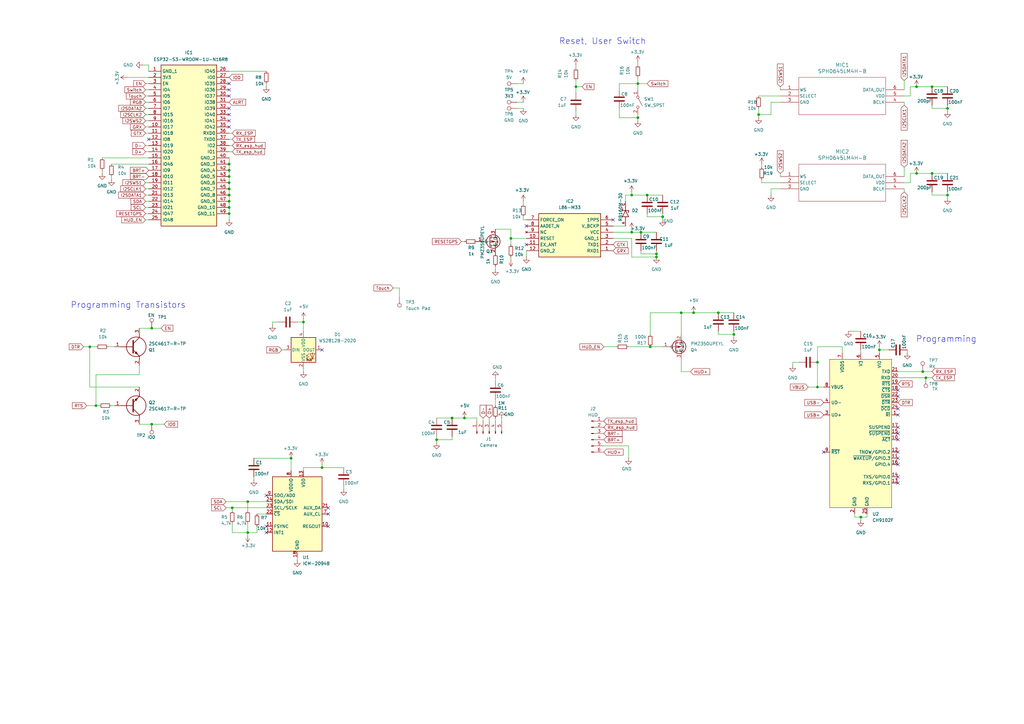
<source format=kicad_sch>
(kicad_sch (version 20231120) (generator "eeschema") (generator_version "8.0")
  (paper "A3")
  (title_block (title "Components"))
  (lib_symbols
    (symbol "Connector:Conn_01x05_Pin" (pin_names (offset 1.016) hide)
      (property "Reference" "J" (at 0 7.62 0))
      (property "Value" "Conn_01x05_Pin" (at 0 -7.62 0))
      (symbol "Conn_01x05_Pin_1_1"
        (pin passive line (at 5.08 5.08 180) (length 3.81) (name "Pin_1") (number "1"))
        (pin passive line (at 5.08 2.54 180) (length 3.81) (name "Pin_2") (number "2"))
        (pin passive line (at 5.08 0 180) (length 3.81) (name "Pin_3") (number "3"))
        (pin passive line (at 5.08 -2.54 180) (length 3.81) (name "Pin_4") (number "4"))
        (pin passive line (at 5.08 -5.08 180) (length 3.81) (name "Pin_5") (number "5"))
      )
    )
    (symbol "Connector:Conn_01x06_Pin" (pin_names (offset 1.016) hide)
      (property "Reference" "J" (at 0 7.62 0))
      (property "Value" "Conn_01x06_Pin" (at 0 -10.16 0))
      (symbol "Conn_01x06_Pin_1_1"
        (pin passive line (at 5.08 5.08 180) (length 3.81) (name "Pin_1") (number "1"))
        (pin passive line (at 5.08 2.54 180) (length 3.81) (name "Pin_2") (number "2"))
        (pin passive line (at 5.08 0 180) (length 3.81) (name "Pin_3") (number "3"))
        (pin passive line (at 5.08 -2.54 180) (length 3.81) (name "Pin_4") (number "4"))
        (pin passive line (at 5.08 -5.08 180) (length 3.81) (name "Pin_5") (number "5"))
        (pin passive line (at 5.08 -7.62 180) (length 3.81) (name "Pin_6") (number "6"))
      )
    )
    (symbol "Connector:TestPoint" (pin_numbers hide) (pin_names (offset 0.762) hide)
      (property "Reference" "TP" (at 0 6.858 0))
      (property "Value" "TestPoint" (at 0 5.08 0))
      (symbol "TestPoint_1_1"
        (pin passive line (at 0 0 90) (length 2.54) (name "1") (number "1"))
      )
    )
    (symbol "Device:C" (pin_numbers hide) (pin_names (offset 0.254))
      (property "Reference" "C" (at 0.635 2.54 0))
      (property "Value" "C" (at 0.635 -2.54 0))
      (symbol "C_1_1"
        (pin passive line (at 0 3.81 270) (length 2.794) (name "~") (number "1"))
        (pin passive line (at 0 -3.81 90) (length 2.794) (name "~") (number "2"))
      )
    )
    (symbol "Device:R_Small" (pin_numbers hide) (pin_names (offset 0.254) hide)
      (property "Reference" "R" (at 0.762 0.508 0))
      (property "Value" "R_Small" (at 0.762 -1.016 0))
      (symbol "R_Small_1_1"
        (pin passive line (at 0 2.54 270) (length 0.762) (name "~") (number "1"))
        (pin passive line (at 0 -2.54 90) (length 0.762) (name "~") (number "2"))
      )
    )
    (symbol "LED:WS2812B-2020" (pin_names (offset 0.254))
      (property "Reference" "D" (at 5.08 5.715 0))
      (property "Value" "WS2812B-2020" (at 1.27 -5.715 0))
      (symbol "WS2812B-2020_0_0"
        (text "RGB" (at 2.286 -4.191 0) (effects (font (size 0.762 0.762))))
      )
      (symbol "WS2812B-2020_1_1"
        (pin output line (at 7.62 0 180) (length 2.54) (name "DOUT") (number "1"))
        (pin power_in line (at 0 -7.62 90) (length 2.54) (name "VSS") (number "2"))
        (pin input line (at -7.62 0 0) (length 2.54) (name "DIN") (number "3"))
        (pin power_in line (at 0 7.62 270) (length 2.54) (name "VDD") (number "4"))
      )
    )
    (symbol "RB160M-30:RB160M-30" (pin_names (offset 1.016))
      (property "Reference" "D" (at -5.08 2.54 0))
      (property "Value" "RB160M-30" (at -5.08 -3.81 0))
      (symbol "RB160M-30_0_0"
        (pin passive line (at -5.08 0 0) (length 2.54) (name "~") (number "A"))
        (pin passive line (at 5.08 0 180) (length 2.54) (name "~") (number "C"))
      )
    )
    (symbol "SPH0645LM4H-B:SPH0645LM4H-B" (pin_names (offset 0.254))
      (property "Reference" "MIC2" (at 25.4 10.16 0))
      (property "Value" "SPH0645LM4H-B" (at 25.4 7.62 0))
      (symbol "SPH0645LM4H-B_0_1"
        (pin input line (at 0 0 0) (length 7.62) (name "WS") (number "1"))
        (pin input line (at 0 -2.54 0) (length 7.62) (name "SELECT") (number "2"))
        (pin passive line (at 0 -5.08 0) (length 7.62) (name "GND") (number "3"))
        (pin input line (at 50.8 -5.08 180) (length 7.62) (name "BCLK") (number "4"))
        (pin power_in line (at 50.8 -2.54 180) (length 7.62) (name "VDD") (number "5"))
        (pin output line (at 50.8 0 180) (length 7.62) (name "DATA_OUT") (number "6"))
      )
    )
    (symbol "SPH0645LM4H-B_1" (pin_names (offset 0.254))
      (property "Reference" "MIC1" (at 25.4 10.16 0))
      (property "Value" "SPH0645LM4H-B" (at 25.4 7.62 0))
      (symbol "SPH0645LM4H-B_1_0_1"
        (pin input line (at 0 0 0) (length 7.62) (name "WS") (number "1"))
        (pin input line (at 0 -2.54 0) (length 7.62) (name "SELECT") (number "2"))
        (pin passive line (at 0 -5.08 0) (length 7.62) (name "GND") (number "3"))
        (pin input line (at 50.8 -5.08 180) (length 7.62) (name "BCLK") (number "4"))
        (pin power_in line (at 50.8 -2.54 180) (length 7.62) (name "VDD") (number "5"))
        (pin output line (at 50.8 0 180) (length 7.62) (name "DATA_OUT") (number "6"))
      )
    )
    (symbol "Sensor_Motion:ICM-20948"
      (property "Reference" "U" (at -11.43 16.51 0))
      (property "Value" "ICM-20948" (at 7.62 -16.51 0))
      (symbol "ICM-20948_1_1"
        (pin no_connect line (at -10.16 12.7 0) (length 2.54) hide (name "NC") (number "1"))
        (pin passive line (at 12.7 -5.08 180) (length 2.54) (name "REGOUT") (number "10"))
        (pin input line (at -12.7 -5.08 0) (length 2.54) (name "FSYNC") (number "11"))
        (pin output line (at -12.7 -7.62 0) (length 2.54) (name "INT1") (number "12"))
        (pin power_in line (at 2.54 17.78 270) (length 2.54) (name "VDD") (number "13"))
        (pin no_connect line (at 10.16 7.62 180) (length 2.54) hide (name "NC") (number "14"))
        (pin no_connect line (at 10.16 5.08 180) (length 2.54) hide (name "NC") (number "15"))
        (pin no_connect line (at 10.16 -7.62 180) (length 2.54) hide (name "NC") (number "16"))
        (pin no_connect line (at 10.16 -10.16 180) (length 2.54) hide (name "NC") (number "17"))
        (pin power_in line (at 0 -17.78 90) (length 2.54) (name "GND") (number "18"))
        (pin no_connect line (at 10.16 -12.7 180) (length 2.54) hide (name "RESV") (number "19"))
        (pin no_connect line (at -10.16 10.16 0) (length 2.54) hide (name "NC") (number "2"))
        (pin passive line (at 0 -17.78 90) (length 2.54) hide (name "GND") (number "20"))
        (pin bidirectional line (at 12.7 2.54 180) (length 2.54) (name "AUX_DA") (number "21"))
        (pin input line (at -12.7 0 0) (length 2.54) (name "~{CS}") (number "22"))
        (pin input line (at -12.7 2.54 0) (length 2.54) (name "SCL/SCLK") (number "23"))
        (pin bidirectional line (at -12.7 5.08 0) (length 2.54) (name "SDA/SDI") (number "24"))
        (pin no_connect line (at -10.16 -2.54 0) (length 2.54) hide (name "NC") (number "3"))
        (pin no_connect line (at -10.16 -10.16 0) (length 2.54) hide (name "NC") (number "4"))
        (pin no_connect line (at -10.16 -12.7 0) (length 2.54) hide (name "NC") (number "5"))
        (pin no_connect line (at 10.16 10.16 180) (length 2.54) hide (name "NC") (number "6"))
        (pin output line (at 12.7 0 180) (length 2.54) (name "AUX_CL") (number "7"))
        (pin power_in line (at -2.54 17.78 270) (length 2.54) (name "VDDIO") (number "8"))
        (pin bidirectional line (at -12.7 7.62 0) (length 2.54) (name "SDO/AD0") (number "9"))
      )
    )
    (symbol "Switch:SW_SPST" (pin_names (offset 0) hide)
      (property "Reference" "SW" (at 0 3.175 0))
      (property "Value" "SW_SPST" (at 0 -2.54 0))
      (symbol "SW_SPST_1_1"
        (pin passive line (at -5.08 0 0) (length 2.54) (name "A") (number "1"))
        (pin passive line (at 5.08 0 180) (length 2.54) (name "B") (number "2"))
      )
    )
    (symbol "components:PMZ350UPEYL"
      (property "Reference" "Q" (at 2.794 1.27 0))
      (property "Value" "PMZ350UPEYL" (at 7.366 -3.556 0))
      (symbol "PMZ350UPEYL_1_1"
        (pin input line (at -7.62 0 0) (length 2.54) (name "G") (number "1"))
        (pin passive line (at 0 -5.08 90) (length 2.54) (name "S") (number "2"))
        (pin passive line (at 0 5.08 270) (length 2.54) (name "D") (number "3"))
      )
    )
    (symbol "parts:2SC4617-R-TP" (pin_names hide)
      (property "Reference" "Q" (at 13.97 1.27 0))
      (property "Value" "2SC4617-R-TP" (at 13.97 -1.27 0))
      (symbol "2SC4617-R-TP_1_1"
        (pin passive line (at 0 0 0) (length 2.54) (name "B") (number "1"))
        (pin passive line (at 10.16 -7.62 90) (length 2.54) (name "E") (number "2"))
        (pin passive line (at 10.16 7.62 270) (length 2.54) (name "C") (number "3"))
      )
    )
    (symbol "parts:ESP32-S3-WROOM-1U-N16R8"
      (property "Reference" "IC" (at 29.21 7.62 0))
      (property "Value" "ESP32-S3-WROOM-1U-N16R8" (at 29.21 5.08 0))
      (symbol "ESP32-S3-WROOM-1U-N16R8_1_1"
        (pin passive line (at 0 0 0) (length 5.08) (name "GND_1") (number "1"))
        (pin passive line (at 0 -22.86 0) (length 5.08) (name "IO17") (number "10"))
        (pin passive line (at 0 -25.4 0) (length 5.08) (name "IO18") (number "11"))
        (pin passive line (at 0 -27.94 0) (length 5.08) (name "IO8") (number "12"))
        (pin passive line (at 0 -30.48 0) (length 5.08) (name "IO19") (number "13"))
        (pin passive line (at 0 -33.02 0) (length 5.08) (name "IO20") (number "14"))
        (pin passive line (at 0 -35.56 0) (length 5.08) (name "IO3") (number "15"))
        (pin passive line (at 0 -38.1 0) (length 5.08) (name "IO46") (number "16"))
        (pin passive line (at 0 -40.64 0) (length 5.08) (name "IO9") (number "17"))
        (pin passive line (at 0 -43.18 0) (length 5.08) (name "IO10") (number "18"))
        (pin passive line (at 0 -45.72 0) (length 5.08) (name "IO11") (number "19"))
        (pin passive line (at 0 -2.54 0) (length 5.08) (name "3V3") (number "2"))
        (pin passive line (at 0 -48.26 0) (length 5.08) (name "IO12") (number "20"))
        (pin passive line (at 0 -50.8 0) (length 5.08) (name "IO13") (number "21"))
        (pin passive line (at 0 -53.34 0) (length 5.08) (name "IO14") (number "22"))
        (pin passive line (at 0 -55.88 0) (length 5.08) (name "IO21") (number "23"))
        (pin passive line (at 0 -58.42 0) (length 5.08) (name "IO47") (number "24"))
        (pin passive line (at 0 -60.96 0) (length 5.08) (name "IO48") (number "25"))
        (pin passive line (at 33.02 0 180) (length 5.08) (name "IO45") (number "26"))
        (pin passive line (at 33.02 -2.54 180) (length 5.08) (name "IO0") (number "27"))
        (pin passive line (at 33.02 -5.08 180) (length 5.08) (name "IO35") (number "28"))
        (pin passive line (at 33.02 -7.62 180) (length 5.08) (name "IO36") (number "29"))
        (pin passive line (at 0 -5.08 0) (length 5.08) (name "EN") (number "3"))
        (pin passive line (at 33.02 -10.16 180) (length 5.08) (name "IO37") (number "30"))
        (pin passive line (at 33.02 -12.7 180) (length 5.08) (name "IO38") (number "31"))
        (pin passive line (at 33.02 -15.24 180) (length 5.08) (name "IO39") (number "32"))
        (pin passive line (at 33.02 -17.78 180) (length 5.08) (name "IO40") (number "33"))
        (pin passive line (at 33.02 -20.32 180) (length 5.08) (name "IO41") (number "34"))
        (pin passive line (at 33.02 -22.86 180) (length 5.08) (name "IO42") (number "35"))
        (pin passive line (at 33.02 -25.4 180) (length 5.08) (name "RXD0") (number "36"))
        (pin passive line (at 33.02 -27.94 180) (length 5.08) (name "TXD0") (number "37"))
        (pin passive line (at 33.02 -30.48 180) (length 5.08) (name "IO2") (number "38"))
        (pin passive line (at 33.02 -33.02 180) (length 5.08) (name "IO1") (number "39"))
        (pin passive line (at 0 -7.62 0) (length 5.08) (name "IO4") (number "4"))
        (pin passive line (at 33.02 -35.56 180) (length 5.08) (name "GND_2") (number "40"))
        (pin passive line (at 33.02 -38.1 180) (length 5.08) (name "GND_3") (number "41"))
        (pin passive line (at 33.02 -40.64 180) (length 5.08) (name "GND_4") (number "42"))
        (pin passive line (at 33.02 -43.18 180) (length 5.08) (name "GND_5") (number "43"))
        (pin passive line (at 33.02 -45.72 180) (length 5.08) (name "GND_6") (number "44"))
        (pin passive line (at 33.02 -48.26 180) (length 5.08) (name "GND_7") (number "45"))
        (pin passive line (at 33.02 -50.8 180) (length 5.08) (name "GND_8") (number "46"))
        (pin passive line (at 33.02 -53.34 180) (length 5.08) (name "GND_9") (number "47"))
        (pin passive line (at 33.02 -55.88 180) (length 5.08) (name "GND_10") (number "48"))
        (pin passive line (at 33.02 -58.42 180) (length 5.08) (name "GND_11") (number "49"))
        (pin passive line (at 0 -10.16 0) (length 5.08) (name "IO5") (number "5"))
        (pin passive line (at 0 -12.7 0) (length 5.08) (name "IO6") (number "6"))
        (pin passive line (at 0 -15.24 0) (length 5.08) (name "IO7") (number "7"))
        (pin passive line (at 0 -17.78 0) (length 5.08) (name "IO15") (number "8"))
        (pin passive line (at 0 -20.32 0) (length 5.08) (name "IO16") (number "9"))
      )
    )
    (symbol "parts:L86-M33"
      (property "Reference" "IC" (at 31.75 7.62 0))
      (property "Value" "L86-M33" (at 31.75 5.08 0))
      (symbol "L86-M33_1_1"
        (pin passive line (at 35.56 -12.7 180) (length 5.08) (name "RXD1") (number "1"))
        (pin passive line (at 0 -7.62 0) (length 5.08) (name "RESET") (number "10"))
        (pin passive line (at 0 -10.16 0) (length 5.08) (name "EX_ANT") (number "11"))
        (pin passive line (at 0 -12.7 0) (length 5.08) (name "GND_2") (number "12"))
        (pin passive line (at 35.56 -10.16 180) (length 5.08) (name "TXD1") (number "2"))
        (pin passive line (at 35.56 -7.62 180) (length 5.08) (name "GND_1") (number "3"))
        (pin passive line (at 35.56 -5.08 180) (length 5.08) (name "VCC") (number "4"))
        (pin passive line (at 35.56 -2.54 180) (length 5.08) (name "V_BCKP") (number "5"))
        (pin passive line (at 35.56 0 180) (length 5.08) (name "1PPS") (number "6"))
        (pin passive line (at 0 0 0) (length 5.08) (name "FORCE_ON") (number "7"))
        (pin passive line (at 0 -2.54 0) (length 5.08) (name "AADET_N") (number "8"))
        (pin no_connect line (at 0 -5.08 0) (length 5.08) (name "NC") (number "9"))
      )
    )
    (symbol "power:+3.3V" (power) (pin_numbers hide) (pin_names (offset 0) hide)
      (property "Value" "+3.3V" (at 0 3.556 0))
      (symbol "+3.3V_1_1"
        (pin power_in line (at 0 0 90) (length 0) (name "~") (number "1"))
      )
    )
    (symbol "power:+5V" (power) (pin_numbers hide) (pin_names (offset 0) hide)
      (property "Value" "+5V" (at 0 3.556 0))
      (symbol "+5V_1_1"
        (pin power_in line (at 0 0 90) (length 0) (name "~") (number "1"))
      )
    )
    (symbol "power:GND" (power) (pin_numbers hide) (pin_names (offset 0) hide)
      (property "Value" "GND" (at 0 -3.81 0))
      (symbol "GND_1_1"
        (pin power_in line (at 0 0 270) (length 0) (name "~") (number "1"))
      )
    )
    (symbol "wch-usb-uart:CH9102F"
      (property "Reference" "U" (at 10.16 -33.02 0))
      (property "Value" "CH9102F" (at 10.16 -35.56 0))
      (symbol "CH9102F_1_1"
        (pin input line (at 15.24 7.62 180) (length 2.54) (name "~{RI}") (number "1"))
        (pin output line (at 15.24 -2.54 180) (length 2.54) (name "~{ACT}") (number "10"))
        (pin bidirectional line (at 15.24 -10.16 180) (length 2.54) (name "~{WAKEUP}/GPIO.3") (number "11"))
        (pin bidirectional line (at 15.24 -7.62 180) (length 2.54) (name "TNOW/GPIO.2") (number "12"))
        (pin bidirectional line (at 15.24 -20.32 180) (length 2.54) (name "RXS/GPIO.1") (number "13"))
        (pin bidirectional line (at 15.24 -17.78 180) (length 2.54) (name "TXS/GPIO.0") (number "14"))
        (pin output line (at 15.24 0 180) (length 2.54) (name "~{SUSPEND}") (number "15"))
        (pin bidirectional line (at 15.24 -12.7 180) (length 2.54) (name "GPIO.4") (number "16"))
        (pin output line (at 15.24 2.54 180) (length 2.54) (name "SUSPEND") (number "17"))
        (pin input line (at 15.24 17.78 180) (length 2.54) (name "~{CTS}") (number "18"))
        (pin output line (at 15.24 20.32 180) (length 2.54) (name "~{RTS}") (number "19"))
        (pin power_in line (at -2.54 -33.02 90) (length 2.54) (name "GND") (number "2"))
        (pin output line (at 15.24 22.86 180) (length 2.54) (name "RXD") (number "20"))
        (pin output line (at 15.24 25.4 180) (length 2.54) (name "TXD") (number "21"))
        (pin input line (at 15.24 15.24 180) (length 2.54) (name "~{DSR}") (number "22"))
        (pin output line (at 15.24 12.7 180) (length 2.54) (name "~{DTR}") (number "23"))
        (pin input line (at 15.24 10.16 180) (length 2.54) (name "~{DCD}") (number "24"))
        (pin power_in line (at 2.54 -33.02 90) (length 2.54) (name "GND") (number "25"))
        (pin bidirectional line (at -15.24 7.62 0) (length 2.54) (name "UD+") (number "3"))
        (pin bidirectional line (at -15.24 12.7 0) (length 2.54) (name "UD-") (number "4"))
        (pin power_in line (at 7.62 33.02 270) (length 2.54) (name "VIO") (number "5"))
        (pin power_out line (at 0 33.02 270) (length 2.54) (name "V3") (number "6"))
        (pin power_in line (at -7.62 33.02 270) (length 2.54) (name "VDD5") (number "7"))
        (pin input line (at -15.24 19.05 0) (length 2.54) (name "VBUS") (number "8"))
        (pin input line (at -15.24 -7.62 0) (length 2.54) (name "~{RST}") (number "9"))
      )
    )
  )
  (junction (at 101.6 205.74))
  (junction (at 93.98 74.93))
  (junction (at 93.98 77.47))
  (junction (at 378.46 152.4))
  (junction (at 93.98 72.39))
  (junction (at 36.83 142.24))
  (junction (at 62.23 134.62))
  (junction (at 375.92 71.12))
  (junction (at 209.55 97.79))
  (junction (at 190.5 171.45))
  (junction (at 185.42 171.45))
  (junction (at 95.25 208.28))
  (junction (at 382.27 71.12))
  (junction (at 388.62 44.45))
  (junction (at 353.06 212.09))
  (junction (at 261.62 34.29))
  (junction (at 101.6 218.44))
  (junction (at 269.24 105.41))
  (junction (at 62.23 173.99))
  (junction (at 93.98 87.63))
  (junction (at 388.62 80.01))
  (junction (at 236.22 35.56))
  (junction (at 259.08 95.25))
  (junction (at 39.37 166.37))
  (junction (at 259.08 80.01))
  (junction (at 119.38 187.96))
  (junction (at 93.98 69.85))
  (junction (at 360.68 143.51))
  (junction (at 93.98 85.09))
  (junction (at 93.98 80.01))
  (junction (at 271.78 88.9))
  (junction (at 294.64 128.27))
  (junction (at 335.28 158.75))
  (junction (at 124.46 132.08))
  (junction (at 93.98 67.31))
  (junction (at 266.7 142.24))
  (junction (at 379.73 154.94))
  (junction (at 279.4 128.27))
  (junction (at 335.28 148.59))
  (junction (at 93.98 82.55))
  (junction (at 311.15 46.99))
  (junction (at 179.07 180.34))
  (junction (at 265.43 80.01))
  (junction (at 262.89 95.25))
  (junction (at 132.08 191.77))
  (junction (at 382.27 35.56))
  (junction (at 269.24 104.14))
  (junction (at 300.99 137.16))
  (junction (at 261.62 48.26))
  (junction (at 375.92 35.56))
  (junction (at 284.48 128.27))
  (no_connect (at 368.3 162.56))
  (no_connect (at 93.98 34.29))
  (no_connect (at 368.3 175.26))
  (no_connect (at 215.9 100.33))
  (no_connect (at 368.3 187.96))
  (no_connect (at 368.3 198.12))
  (no_connect (at 134.62 215.9))
  (no_connect (at 251.46 90.17))
  (no_connect (at 368.3 195.58))
  (no_connect (at 109.22 203.2))
  (no_connect (at 93.98 36.83))
  (no_connect (at 368.3 167.64))
  (no_connect (at 93.98 39.37))
  (no_connect (at 109.22 215.9))
  (no_connect (at 337.82 185.42))
  (no_connect (at 368.3 185.42))
  (no_connect (at 132.08 143.51))
  (no_connect (at 368.3 180.34))
  (no_connect (at 134.62 208.28))
  (no_connect (at 109.22 218.44))
  (no_connect (at 134.62 210.82))
  (no_connect (at 93.98 46.99))
  (no_connect (at 60.96 57.15))
  (no_connect (at 93.98 49.53))
  (no_connect (at 368.3 170.18))
  (no_connect (at 215.9 92.71))
  (no_connect (at 93.98 52.07))
  (no_connect (at 368.3 177.8))
  (no_connect (at 368.3 160.02))
  (no_connect (at 368.3 190.5))
  (no_connect (at 93.98 44.45))
  (wire (pts (xy 59.69 74.93) (xy 60.96 74.93)))
  (wire (pts (xy 121.92 132.08) (xy 124.46 132.08)))
  (wire (pts (xy 36.83 158.75) (xy 57.15 158.75)))
  (wire (pts (xy 360.68 143.51) (xy 364.49 143.51)))
  (wire (pts (xy 189.23 99.06) (xy 190.5 99.06)))
  (wire (pts (xy 251.46 97.79) (xy 259.08 97.79)))
  (wire (pts (xy 93.98 29.21) (xy 109.22 29.21)))
  (wire (pts (xy 388.62 80.01) (xy 388.62 81.28)))
  (wire (pts (xy 236.22 46.99) (xy 236.22 45.72)))
  (wire (pts (xy 311.15 39.37) (xy 320.04 39.37)))
  (wire (pts (xy 259.08 80.01) (xy 256.54 80.01)))
  (wire (pts (xy 203.2 154.94) (xy 203.2 156.21)))
  (wire (pts (xy 368.3 154.94) (xy 379.73 154.94)))
  (wire (pts (xy 259.08 80.01) (xy 265.43 80.01)))
  (wire (pts (xy 370.84 78.74) (xy 370.84 77.47)))
  (wire (pts (xy 335.28 148.59) (xy 335.28 158.75)))
  (wire (pts (xy 236.22 35.56) (xy 236.22 33.02)))
  (wire (pts (xy 104.14 187.96) (xy 119.38 187.96)))
  (wire (pts (xy 382.27 71.12) (xy 388.62 71.12)))
  (wire (pts (xy 190.5 171.45) (xy 185.42 171.45)))
  (wire (pts (xy 93.98 69.85) (xy 93.98 72.39)))
  (wire (pts (xy 34.29 142.24) (xy 36.83 142.24)))
  (wire (pts (xy 185.42 180.34) (xy 185.42 179.07)))
  (wire (pts (xy 109.22 34.29) (xy 109.22 35.56)))
  (wire (pts (xy 185.42 180.34) (xy 179.07 180.34)))
  (wire (pts (xy 59.69 52.07) (xy 60.96 52.07)))
  (wire (pts (xy 254 34.29) (xy 261.62 34.29)))
  (wire (pts (xy 212.09 44.45) (xy 214.63 44.45)))
  (wire (pts (xy 214.63 82.55) (xy 214.63 83.82)))
  (wire (pts (xy 261.62 34.29) (xy 261.62 36.83)))
  (wire (pts (xy 350.52 212.09) (xy 353.06 212.09)))
  (wire (pts (xy 320.04 71.12) (xy 320.04 72.39)))
  (wire (pts (xy 132.08 190.5) (xy 132.08 191.77)))
  (wire (pts (xy 382.27 80.01) (xy 388.62 80.01)))
  (wire (pts (xy 209.55 97.79) (xy 215.9 97.79)))
  (wire (pts (xy 373.38 74.93) (xy 373.38 71.12)))
  (wire (pts (xy 214.63 90.17) (xy 214.63 88.9)))
  (wire (pts (xy 121.92 228.6) (xy 121.92 229.87)))
  (wire (pts (xy 266.7 128.27) (xy 279.4 128.27)))
  (wire (pts (xy 271.78 87.63) (xy 271.78 88.9)))
  (wire (pts (xy 350.52 210.82) (xy 350.52 212.09)))
  (wire (pts (xy 311.15 46.99) (xy 311.15 48.26)))
  (wire (pts (xy 259.08 97.79) (xy 259.08 105.41)))
  (wire (pts (xy 261.62 48.26) (xy 261.62 49.53)))
  (wire (pts (xy 93.98 82.55) (xy 93.98 85.09)))
  (wire (pts (xy 261.62 34.29) (xy 261.62 31.75)))
  (wire (pts (xy 195.58 171.45) (xy 190.5 171.45)))
  (wire (pts (xy 41.91 64.77) (xy 60.96 64.77)))
  (wire (pts (xy 331.47 158.75) (xy 335.28 158.75)))
  (wire (pts (xy 95.25 209.55) (xy 95.25 208.28)))
  (wire (pts (xy 259.08 105.41) (xy 269.24 105.41)))
  (wire (pts (xy 370.84 74.93) (xy 373.38 74.93)))
  (wire (pts (xy 41.91 69.85) (xy 41.91 71.12)))
  (wire (pts (xy 370.84 33.02) (xy 370.84 36.83)))
  (wire (pts (xy 92.71 205.74) (xy 101.6 205.74)))
  (wire (pts (xy 111.76 132.08) (xy 114.3 132.08)))
  (wire (pts (xy 379.73 154.94) (xy 382.27 154.94)))
  (wire (pts (xy 257.81 142.24) (xy 266.7 142.24)))
  (wire (pts (xy 259.08 95.25) (xy 262.89 95.25)))
  (wire (pts (xy 335.28 158.75) (xy 337.82 158.75)))
  (wire (pts (xy 372.11 143.51) (xy 372.11 144.78)))
  (wire (pts (xy 265.43 87.63) (xy 265.43 88.9)))
  (wire (pts (xy 57.15 173.99) (xy 62.23 173.99)))
  (wire (pts (xy 59.69 36.83) (xy 60.96 36.83)))
  (wire (pts (xy 311.15 44.45) (xy 311.15 46.99)))
  (wire (pts (xy 93.98 67.31) (xy 93.98 69.85)))
  (wire (pts (xy 345.44 144.78) (xy 345.44 142.24)))
  (wire (pts (xy 93.98 64.77) (xy 93.98 67.31)))
  (wire (pts (xy 93.98 77.47) (xy 93.98 80.01)))
  (wire (pts (xy 45.72 67.31) (xy 60.96 67.31)))
  (wire (pts (xy 279.4 147.32) (xy 279.4 152.4)))
  (wire (pts (xy 375.92 35.56) (xy 382.27 35.56)))
  (wire (pts (xy 316.23 41.91) (xy 316.23 46.99)))
  (wire (pts (xy 382.27 44.45) (xy 382.27 43.18)))
  (wire (pts (xy 271.78 88.9) (xy 271.78 90.17)))
  (wire (pts (xy 279.4 128.27) (xy 284.48 128.27)))
  (wire (pts (xy 124.46 132.08) (xy 124.46 135.89)))
  (wire (pts (xy 57.15 134.62) (xy 62.23 134.62)))
  (wire (pts (xy 59.69 41.91) (xy 60.96 41.91)))
  (wire (pts (xy 93.98 85.09) (xy 93.98 87.63)))
  (wire (pts (xy 59.69 62.23) (xy 60.96 62.23)))
  (wire (pts (xy 373.38 71.12) (xy 375.92 71.12)))
  (wire (pts (xy 93.98 87.63) (xy 93.98 90.17)))
  (wire (pts (xy 203.2 171.45) (xy 203.2 172.72)))
  (wire (pts (xy 59.69 85.09) (xy 60.96 85.09)))
  (wire (pts (xy 59.69 46.99) (xy 60.96 46.99)))
  (wire (pts (xy 59.69 44.45) (xy 60.96 44.45)))
  (wire (pts (xy 124.46 191.77) (xy 124.46 193.04)))
  (wire (pts (xy 179.07 179.07) (xy 179.07 180.34)))
  (wire (pts (xy 205.74 171.45) (xy 205.74 172.72)))
  (wire (pts (xy 195.58 171.45) (xy 195.58 172.72)))
  (wire (pts (xy 59.69 80.01) (xy 60.96 80.01)))
  (wire (pts (xy 355.6 212.09) (xy 353.06 212.09)))
  (wire (pts (xy 279.4 128.27) (xy 279.4 137.16)))
  (wire (pts (xy 247.65 142.24) (xy 252.73 142.24)))
  (wire (pts (xy 300.99 137.16) (xy 300.99 138.43)))
  (wire (pts (xy 59.69 87.63) (xy 60.96 87.63)))
  (wire (pts (xy 265.43 88.9) (xy 271.78 88.9)))
  (wire (pts (xy 95.25 218.44) (xy 101.6 218.44)))
  (wire (pts (xy 212.09 34.29) (xy 214.63 34.29)))
  (wire (pts (xy 378.46 152.4) (xy 382.27 152.4)))
  (wire (pts (xy 388.62 44.45) (xy 388.62 45.72)))
  (wire (pts (xy 373.38 39.37) (xy 373.38 35.56)))
  (wire (pts (xy 59.69 49.53) (xy 60.96 49.53)))
  (wire (pts (xy 262.89 104.14) (xy 269.24 104.14)))
  (wire (pts (xy 251.46 95.25) (xy 259.08 95.25)))
  (wire (pts (xy 382.27 44.45) (xy 388.62 44.45)))
  (wire (pts (xy 236.22 35.56) (xy 236.22 38.1)))
  (wire (pts (xy 279.4 152.4) (xy 283.21 152.4)))
  (wire (pts (xy 59.69 77.47) (xy 60.96 77.47)))
  (wire (pts (xy 266.7 137.16) (xy 266.7 128.27)))
  (wire (pts (xy 265.43 34.29) (xy 261.62 34.29)))
  (wire (pts (xy 203.2 163.83) (xy 203.2 166.37)))
  (wire (pts (xy 101.6 218.44) (xy 101.6 219.71)))
  (wire (pts (xy 345.44 142.24) (xy 335.28 142.24)))
  (wire (pts (xy 254 44.45) (xy 254 48.26)))
  (wire (pts (xy 269.24 104.14) (xy 269.24 105.41)))
  (wire (pts (xy 284.48 128.27) (xy 294.64 128.27)))
  (wire (pts (xy 93.98 74.93) (xy 93.98 77.47)))
  (wire (pts (xy 198.12 171.45) (xy 198.12 172.72)))
  (wire (pts (xy 382.27 80.01) (xy 382.27 78.74)))
  (wire (pts (xy 370.84 39.37) (xy 373.38 39.37)))
  (wire (pts (xy 59.69 90.17) (xy 60.96 90.17)))
  (wire (pts (xy 105.41 210.82) (xy 109.22 210.82)))
  (wire (pts (xy 93.98 57.15) (xy 95.25 57.15)))
  (wire (pts (xy 325.12 148.59) (xy 325.12 149.86)))
  (wire (pts (xy 261.62 46.99) (xy 261.62 48.26)))
  (wire (pts (xy 101.6 218.44) (xy 105.41 218.44)))
  (wire (pts (xy 316.23 77.47) (xy 316.23 80.01)))
  (wire (pts (xy 140.97 191.77) (xy 132.08 191.77)))
  (wire (pts (xy 93.98 54.61) (xy 95.25 54.61)))
  (wire (pts (xy 60.96 26.67) (xy 58.42 26.67)))
  (wire (pts (xy 325.12 148.59) (xy 327.66 148.59)))
  (wire (pts (xy 320.04 41.91) (xy 316.23 41.91)))
  (wire (pts (xy 95.25 59.69) (xy 93.98 59.69)))
  (wire (pts (xy 300.99 135.89) (xy 300.99 137.16)))
  (wire (pts (xy 119.38 187.96) (xy 119.38 193.04)))
  (wire (pts (xy 115.57 143.51) (xy 116.84 143.51)))
  (wire (pts (xy 294.64 137.16) (xy 294.64 135.89)))
  (wire (pts (xy 312.42 67.31) (xy 312.42 68.58)))
  (wire (pts (xy 259.08 93.98) (xy 259.08 95.25)))
  (wire (pts (xy 57.15 149.86) (xy 57.15 153.67)))
  (wire (pts (xy 259.08 78.74) (xy 259.08 80.01)))
  (wire (pts (xy 59.69 59.69) (xy 60.96 59.69)))
  (wire (pts (xy 368.3 152.4) (xy 378.46 152.4)))
  (wire (pts (xy 93.98 80.01) (xy 93.98 82.55)))
  (wire (pts (xy 347.98 135.89) (xy 353.06 135.89)))
  (wire (pts (xy 209.55 105.41) (xy 209.55 106.68)))
  (wire (pts (xy 185.42 171.45) (xy 179.07 171.45)))
  (wire (pts (xy 375.92 71.12) (xy 382.27 71.12)))
  (wire (pts (xy 59.69 82.55) (xy 60.96 82.55)))
  (wire (pts (xy 93.98 72.39) (xy 93.98 74.93)))
  (wire (pts (xy 60.96 31.75) (xy 52.07 31.75)))
  (wire (pts (xy 257.81 187.96) (xy 257.81 182.88)))
  (wire (pts (xy 36.83 142.24) (xy 39.37 142.24)))
  (wire (pts (xy 95.25 208.28) (xy 109.22 208.28)))
  (wire (pts (xy 236.22 26.67) (xy 236.22 27.94)))
  (wire (pts (xy 320.04 35.56) (xy 320.04 36.83)))
  (wire (pts (xy 124.46 152.4) (xy 124.46 151.13)))
  (wire (pts (xy 111.76 132.08) (xy 111.76 133.35)))
  (wire (pts (xy 45.72 72.39) (xy 45.72 73.66)))
  (wire (pts (xy 209.55 93.98) (xy 209.55 97.79)))
  (wire (pts (xy 44.45 142.24) (xy 46.99 142.24)))
  (wire (pts (xy 101.6 214.63) (xy 101.6 218.44)))
  (wire (pts (xy 370.84 68.58) (xy 370.84 72.39)))
  (wire (pts (xy 57.15 153.67) (xy 39.37 153.67)))
  (wire (pts (xy 373.38 35.56) (xy 375.92 35.56)))
  (wire (pts (xy 388.62 78.74) (xy 388.62 80.01)))
  (wire (pts (xy 200.66 171.45) (xy 200.66 172.72)))
  (wire (pts (xy 269.24 102.87) (xy 269.24 104.14)))
  (wire (pts (xy 140.97 200.66) (xy 140.97 199.39)))
  (wire (pts (xy 355.6 210.82) (xy 355.6 212.09)))
  (wire (pts (xy 254 48.26) (xy 261.62 48.26)))
  (wire (pts (xy 312.42 74.93) (xy 320.04 74.93)))
  (wire (pts (xy 203.2 109.22) (xy 203.2 110.49)))
  (wire (pts (xy 92.71 208.28) (xy 95.25 208.28)))
  (wire (pts (xy 104.14 196.85) (xy 104.14 195.58)))
  (wire (pts (xy 62.23 134.62) (xy 66.04 134.62)))
  (wire (pts (xy 209.55 97.79) (xy 209.55 100.33)))
  (wire (pts (xy 254 36.83) (xy 254 34.29)))
  (wire (pts (xy 335.28 142.24) (xy 335.28 148.59)))
  (wire (pts (xy 262.89 95.25) (xy 269.24 95.25)))
  (wire (pts (xy 294.64 137.16) (xy 300.99 137.16)))
  (wire (pts (xy 35.56 166.37) (xy 39.37 166.37)))
  (wire (pts (xy 203.2 93.98) (xy 209.55 93.98)))
  (wire (pts (xy 62.23 173.99) (xy 67.31 173.99)))
  (wire (pts (xy 271.78 80.01) (xy 265.43 80.01)))
  (wire (pts (xy 320.04 77.47) (xy 316.23 77.47)))
  (wire (pts (xy 212.09 41.91) (xy 214.63 41.91)))
  (wire (pts (xy 316.23 46.99) (xy 311.15 46.99)))
  (wire (pts (xy 60.96 29.21) (xy 60.96 26.67)))
  (wire (pts (xy 95.25 218.44) (xy 95.25 214.63)))
  (wire (pts (xy 163.83 118.11) (xy 163.83 121.92)))
  (wire (pts (xy 257.81 182.88) (xy 247.65 182.88)))
  (wire (pts (xy 382.27 35.56) (xy 388.62 35.56)))
  (wire (pts (xy 215.9 90.17) (xy 214.63 90.17)))
  (wire (pts (xy 360.68 142.24) (xy 360.68 143.51)))
  (wire (pts (xy 360.68 143.51) (xy 360.68 144.78)))
  (wire (pts (xy 312.42 74.93) (xy 312.42 73.66)))
  (wire (pts (xy 59.69 34.29) (xy 60.96 34.29)))
  (wire (pts (xy 251.46 92.71) (xy 256.54 92.71)))
  (wire (pts (xy 124.46 191.77) (xy 132.08 191.77)))
  (wire (pts (xy 101.6 205.74) (xy 101.6 209.55)))
  (wire (pts (xy 105.41 215.9) (xy 105.41 218.44)))
  (wire (pts (xy 59.69 39.37) (xy 60.96 39.37)))
  (wire (pts (xy 262.89 102.87) (xy 262.89 104.14)))
  (wire (pts (xy 45.72 166.37) (xy 46.99 166.37)))
  (wire (pts (xy 179.07 180.34) (xy 179.07 181.61)))
  (wire (pts (xy 388.62 43.18) (xy 388.62 44.45)))
  (wire (pts (xy 101.6 205.74) (xy 109.22 205.74)))
  (wire (pts (xy 266.7 142.24) (xy 271.78 142.24)))
  (wire (pts (xy 215.9 102.87) (xy 215.9 105.41)))
  (wire (pts (xy 370.84 43.18) (xy 370.84 41.91)))
  (wire (pts (xy 294.64 128.27) (xy 300.99 128.27)))
  (wire (pts (xy 261.62 25.4) (xy 261.62 26.67)))
  (wire (pts (xy 353.06 212.09) (xy 353.06 213.36)))
  (wire (pts (xy 238.76 35.56) (xy 236.22 35.56)))
  (wire (pts (xy 59.69 54.61) (xy 60.96 54.61)))
  (wire (pts (xy 161.29 118.11) (xy 163.83 118.11)))
  (wire (pts (xy 39.37 153.67) (xy 39.37 166.37)))
  (wire (pts (xy 124.46 130.81) (xy 124.46 132.08)))
  (wire (pts (xy 39.37 166.37) (xy 40.64 166.37)))
  (wire (pts (xy 256.54 80.01) (xy 256.54 82.55)))
  (wire (pts (xy 95.25 62.23) (xy 93.98 62.23)))
  (wire (pts (xy 353.06 143.51) (xy 353.06 144.78)))
  (wire (pts (xy 36.83 142.24) (xy 36.83 158.75)))
  (text "Reset, User Switch" (at 247.142 17.018 0) (effects (font (size 2.5 2.5))))
  (text "Programming Transistors\n" (at 52.578 125.222 0) (effects (font (size 2.5 2.5))))
  (text "Programming\n" (at 388.112 139.192 0) (effects (font (size 2.5 2.5))))
  (global_label "I2SWS1" (shape input) (at 320.04 35.56 90) (property "Intersheetrefs" "${INTERSHEET_REFS}" (effects (hide yes))))
  (global_label "BRT+" (shape input) (at 60.96 69.85 180) (property "Intersheetrefs" "${INTERSHEET_REFS}" (effects (hide yes))))
  (global_label "TX_ESP" (shape input) (at 382.27 154.94 0) (property "Intersheetrefs" "${INTERSHEET_REFS}" (effects (hide yes))))
  (global_label "I2SDATA2" (shape input) (at 370.84 68.58 90) (property "Intersheetrefs" "${INTERSHEET_REFS}" (effects (hide yes))))
  (global_label "I2SWS1" (shape input) (at 59.69 74.93 180) (property "Intersheetrefs" "${INTERSHEET_REFS}" (effects (hide yes))))
  (global_label "RESETGPS" (shape input) (at 59.69 87.63 180) (property "Intersheetrefs" "${INTERSHEET_REFS}" (effects (hide yes))))
  (global_label "D+" (shape input) (at 200.66 171.45 90) (property "Intersheetrefs" "${INTERSHEET_REFS}" (effects (hide yes))))
  (global_label "TX_esp_hud" (shape input) (at 247.65 172.72 0) (property "Intersheetrefs" "${INTERSHEET_REFS}" (effects (hide yes))))
  (global_label "HUD_EN" (shape input) (at 59.69 90.17 180) (property "Intersheetrefs" "${INTERSHEET_REFS}" (effects (hide yes))))
  (global_label "HUD+" (shape input) (at 247.65 185.42 0) (property "Intersheetrefs" "${INTERSHEET_REFS}" (effects (hide yes))))
  (global_label "VBUS" (shape input) (at 331.47 158.75 180) (property "Intersheetrefs" "${INTERSHEET_REFS}" (effects (hide yes))))
  (global_label "I2SCLK1" (shape input) (at 59.69 77.47 180) (property "Intersheetrefs" "${INTERSHEET_REFS}" (effects (hide yes))))
  (global_label "GTX" (shape input) (at 59.69 54.61 180) (property "Intersheetrefs" "${INTERSHEET_REFS}" (effects (hide yes))))
  (global_label "RESETGPS" (shape input) (at 189.23 99.06 180) (property "Intersheetrefs" "${INTERSHEET_REFS}" (effects (hide yes))))
  (global_label "I2SDATA1" (shape input) (at 59.69 80.01 180) (property "Intersheetrefs" "${INTERSHEET_REFS}" (effects (hide yes))))
  (global_label "HUD_EN" (shape input) (at 247.65 142.24 180) (property "Intersheetrefs" "${INTERSHEET_REFS}" (effects (hide yes))))
  (global_label "IO0" (shape input) (at 93.98 31.75 0) (property "Intersheetrefs" "${INTERSHEET_REFS}" (effects (hide yes))))
  (global_label "D-" (shape input) (at 198.12 171.45 90) (property "Intersheetrefs" "${INTERSHEET_REFS}" (effects (hide yes))))
  (global_label "RX_ESP" (shape input) (at 382.27 152.4 0) (property "Intersheetrefs" "${INTERSHEET_REFS}" (effects (hide yes))))
  (global_label "BRT-" (shape input) (at 247.65 177.8 0) (property "Intersheetrefs" "${INTERSHEET_REFS}" (effects (hide yes))))
  (global_label "EN" (shape input) (at 238.76 35.56 0) (property "Intersheetrefs" "${INTERSHEET_REFS}" (effects (hide yes))))
  (global_label "TX_esp_hud" (shape input) (at 95.25 62.23 0) (property "Intersheetrefs" "${INTERSHEET_REFS}" (effects (hide yes))))
  (global_label "I2SCLK1" (shape input) (at 370.84 43.18 270) (property "Intersheetrefs" "${INTERSHEET_REFS}" (effects (hide yes))))
  (global_label "RGB" (shape input) (at 115.57 143.51 180) (property "Intersheetrefs" "${INTERSHEET_REFS}" (effects (hide yes))))
  (global_label "D-" (shape input) (at 59.69 59.69 180) (property "Intersheetrefs" "${INTERSHEET_REFS}" (effects (hide yes))))
  (global_label "GTX" (shape input) (at 251.46 100.33 0) (property "Intersheetrefs" "${INTERSHEET_REFS}" (effects (hide yes))))
  (global_label "I2SCLK2" (shape input) (at 370.84 78.74 270) (property "Intersheetrefs" "${INTERSHEET_REFS}" (effects (hide yes))))
  (global_label "RTS" (shape input) (at 35.56 166.37 180) (property "Intersheetrefs" "${INTERSHEET_REFS}" (effects (hide yes))))
  (global_label "TX_ESP" (shape input) (at 95.25 57.15 0) (property "Intersheetrefs" "${INTERSHEET_REFS}" (effects (hide yes))))
  (global_label "BRT-" (shape input) (at 60.96 72.39 180) (property "Intersheetrefs" "${INTERSHEET_REFS}" (effects (hide yes))))
  (global_label "BRT+" (shape input) (at 247.65 180.34 0) (property "Intersheetrefs" "${INTERSHEET_REFS}" (effects (hide yes))))
  (global_label "RTS" (shape input) (at 368.3 157.48 0) (property "Intersheetrefs" "${INTERSHEET_REFS}" (effects (hide yes))))
  (global_label "I2SDATA1" (shape input) (at 370.84 33.02 90) (property "Intersheetrefs" "${INTERSHEET_REFS}" (effects (hide yes))))
  (global_label "ALRT" (shape input) (at 93.98 41.91 0) (property "Intersheetrefs" "${INTERSHEET_REFS}" (effects (hide yes))))
  (global_label "D+" (shape input) (at 59.69 62.23 180) (property "Intersheetrefs" "${INTERSHEET_REFS}" (effects (hide yes))))
  (global_label "IO0" (shape input) (at 67.31 173.99 0) (property "Intersheetrefs" "${INTERSHEET_REFS}" (effects (hide yes))))
  (global_label "I2SDATA2" (shape input) (at 59.69 44.45 180) (property "Intersheetrefs" "${INTERSHEET_REFS}" (effects (hide yes))))
  (global_label "GRX" (shape input) (at 251.46 102.87 0) (property "Intersheetrefs" "${INTERSHEET_REFS}" (effects (hide yes))))
  (global_label "SCL" (shape input) (at 92.71 208.28 180) (property "Intersheetrefs" "${INTERSHEET_REFS}" (effects (hide yes))))
  (global_label "RX_esp_hud" (shape input) (at 95.25 59.69 0) (property "Intersheetrefs" "${INTERSHEET_REFS}" (effects (hide yes))))
  (global_label "SCL" (shape input) (at 59.69 85.09 180) (property "Intersheetrefs" "${INTERSHEET_REFS}" (effects (hide yes))))
  (global_label "DTR" (shape input) (at 34.29 142.24 180) (property "Intersheetrefs" "${INTERSHEET_REFS}" (effects (hide yes))))
  (global_label "Switch" (shape input) (at 265.43 34.29 0) (property "Intersheetrefs" "${INTERSHEET_REFS}" (effects (hide yes))))
  (global_label "RGB" (shape input) (at 59.69 41.91 180) (property "Intersheetrefs" "${INTERSHEET_REFS}" (effects (hide yes))))
  (global_label "USB+" (shape input) (at 337.82 170.18 180) (property "Intersheetrefs" "${INTERSHEET_REFS}" (effects (hide yes))))
  (global_label "GRX" (shape input) (at 59.69 52.07 180) (property "Intersheetrefs" "${INTERSHEET_REFS}" (effects (hide yes))))
  (global_label "DTR" (shape input) (at 368.3 165.1 0) (property "Intersheetrefs" "${INTERSHEET_REFS}" (effects (hide yes))))
  (global_label "I2SWS2" (shape input) (at 320.04 71.12 90) (property "Intersheetrefs" "${INTERSHEET_REFS}" (effects (hide yes))))
  (global_label "Touch" (shape input) (at 59.69 39.37 180) (property "Intersheetrefs" "${INTERSHEET_REFS}" (effects (hide yes))))
  (global_label "Switch" (shape input) (at 59.69 36.83 180) (property "Intersheetrefs" "${INTERSHEET_REFS}" (effects (hide yes))))
  (global_label "SDA" (shape input) (at 92.71 205.74 180) (property "Intersheetrefs" "${INTERSHEET_REFS}" (effects (hide yes))))
  (global_label "SDA" (shape input) (at 59.69 82.55 180) (property "Intersheetrefs" "${INTERSHEET_REFS}" (effects (hide yes))))
  (global_label "USB-" (shape input) (at 337.82 165.1 180) (property "Intersheetrefs" "${INTERSHEET_REFS}" (effects (hide yes))))
  (global_label "EN" (shape input) (at 59.69 34.29 180) (property "Intersheetrefs" "${INTERSHEET_REFS}" (effects (hide yes))))
  (global_label "HUD+" (shape input) (at 283.21 152.4 0) (property "Intersheetrefs" "${INTERSHEET_REFS}" (effects (hide yes))))
  (global_label "I2SWS2" (shape input) (at 59.69 49.53 180) (property "Intersheetrefs" "${INTERSHEET_REFS}" (effects (hide yes))))
  (global_label "EN" (shape input) (at 66.04 134.62 0) (property "Intersheetrefs" "${INTERSHEET_REFS}" (effects (hide yes))))
  (global_label "RX_esp_hud" (shape input) (at 247.65 175.26 0) (property "Intersheetrefs" "${INTERSHEET_REFS}" (effects (hide yes))))
  (global_label "Touch" (shape input) (at 161.29 118.11 180) (property "Intersheetrefs" "${INTERSHEET_REFS}" (effects (hide yes))))
  (global_label "RX_ESP" (shape input) (at 95.25 54.61 0) (property "Intersheetrefs" "${INTERSHEET_REFS}" (effects (hide yes))))
  (global_label "I2SCLK2" (shape input) (at 59.69 46.99 180) (property "Intersheetrefs" "${INTERSHEET_REFS}" (effects (hide yes))))
  (symbol (lib_id "Device:R_Small") (at 236.22 30.48 180) (unit 1)
    (property "Reference" "R14" (at 229.616 30.226 90))
    (property "Value" "10k" (at 232.156 30.226 90))
    (property "Footprint" "Resistor_SMD:R_0402_1005Metric" (effects (hide yes)))
    (property "Description" "Resistor, small symbol" (effects (hide yes)))
  )
  (symbol (lib_id "power:GND") (at 104.14 196.85 0) (unit 1)
    (property "Reference" "#PWR07" (effects (hide yes)))
    (property "Value" "GND" (at 104.14 201.93 0))
    (property "Description" "Power symbol creates a global label with name \"GND\" , ground" (effects (hide yes)))
  )
  (symbol (lib_id "SPH0645LM4H-B:SPH0645LM4H-B") (at 320.04 72.39 0) (unit 1)
    (property "Reference" "MIC2" (at 345.44 62.23 0) (effects (font (size 1.524 1.524))))
    (property "Value" "SPH0645LM4H-B" (at 345.44 64.77 0) (effects (font (size 1.524 1.524))))
    (property "Footprint" "parts2:SPH0645LM4H-B_KNO" (effects (hide yes)))
    (property "Datasheet" "SPH0645LM4H-B" (effects (hide yes)))
  )
  (symbol (lib_id "RB160M-30:RB160M-30") (at 256.54 87.63 90) (unit 1)
    (property "Reference" "D2" (at 259.08 86.3599 90) (effects (justify right)))
    (property "Value" "RB160M-30" (at 254.508 78.994 0) (effects (justify right)))
    (property "Footprint" "parts2:DIO_RB160M-30" (effects (hide yes)))
    (property "MF" "Rohm Semiconductor" (effects (hide yes)))
    (property "MAXIMUM_PACKAGE_HEIGHT" "0.9mm" (effects (hide yes)))
    (property "Package" "None" (effects (hide yes)))
    (property "Price" "None" (effects (hide yes)))
    (property "Check_prices" "https://www.snapeda.com/parts/RB160M-30/Rohm/view-part/?ref=eda" (effects (hide yes)))
    (property "STANDARD" "IPC 7351B" (effects (hide yes)))
    (property "PARTREV" "D" (effects (hide yes)))
    (property "SnapEDA_Link" "https://www.snapeda.com/parts/RB160M-30/Rohm/view-part/?ref=snap" (effects (hide yes)))
    (property "MP" "RB160M-30" (effects (hide yes)))
    (property "Description_1" "\n                        \n                            Rectifier Diode Schottky 30V 1A 2-Pin PMDU T/R\n                        \n" (effects (hide yes)))
    (property "SNAPEDA_PN" "RB160M-30" (effects (hide yes)))
    (property "Availability" "In Stock" (effects (hide yes)))
    (property "MANUFACTURER" "Rohm" (effects (hide yes)))
  )
  (symbol (lib_id "Switch:SW_SPST") (at 261.62 41.91 270) (unit 1)
    (property "Reference" "SW1" (at 264.16 40.6399 90) (effects (justify left)))
    (property "Value" "SW_SPST" (at 264.16 43.1799 90) (effects (justify left)))
    (property "Footprint" "parts2:SMD_Switch_Panasonic_EVQPUL_EVQPUC_6.3x6.7" (effects (hide yes)))
    (property "Description" "Single Pole Single Throw (SPST) switch" (effects (hide yes)))
  )
  (symbol (lib_id "power:GND") (at 372.11 144.78 0) (unit 1)
    (property "Reference" "#PWR045" (effects (hide yes)))
    (property "Value" "GND" (at 372.11 149.86 0))
    (property "Description" "Power symbol creates a global label with name \"GND\" , ground" (effects (hide yes)))
  )
  (symbol (lib_id "Device:C") (at 331.47 148.59 90) (unit 1)
    (property "Reference" "C15" (at 331.47 140.97 90))
    (property "Value" "1uF" (at 331.47 143.51 90))
    (property "Footprint" "Capacitor_SMD:C_0402_1005Metric" (effects (hide yes)))
    (property "Description" "Unpolarized capacitor" (effects (hide yes)))
  )
  (symbol (lib_id "Device:C") (at 353.06 139.7 180) (unit 1)
    (property "Reference" "C16" (at 353.822 137.668 0) (effects (justify right)))
    (property "Value" "100nF" (at 353.314 142.24 0) (effects (justify right)))
    (property "Footprint" "Capacitor_SMD:C_0402_1005Metric" (effects (hide yes)))
    (property "Description" "Unpolarized capacitor" (effects (hide yes)))
  )
  (symbol (lib_id "power:GND") (at 121.92 229.87 0) (unit 1)
    (property "Reference" "#PWR011" (effects (hide yes)))
    (property "Value" "GND" (at 121.92 234.95 0))
    (property "Description" "Power symbol creates a global label with name \"GND\" , ground" (effects (hide yes)))
  )
  (symbol (lib_id "Device:C") (at 140.97 195.58 180) (unit 1)
    (property "Reference" "C3" (at 141.732 193.548 0) (effects (justify right)))
    (property "Value" "100nF" (at 141.224 198.12 0) (effects (justify right)))
    (property "Footprint" "Capacitor_SMD:C_0402_1005Metric" (effects (hide yes)))
    (property "Description" "Unpolarized capacitor" (effects (hide yes)))
  )
  (symbol (lib_id "Device:C") (at 388.62 74.93 180) (unit 1)
    (property "Reference" "C21" (at 389.382 72.898 0) (effects (justify right)))
    (property "Value" "100nF" (at 388.874 77.47 0) (effects (justify right)))
    (property "Footprint" "Capacitor_SMD:C_0402_1005Metric" (effects (hide yes)))
    (property "Description" "Unpolarized capacitor" (effects (hide yes)))
  )
  (symbol (lib_id "power:GND") (at 300.99 138.43 0) (unit 1)
    (property "Reference" "#PWR037" (effects (hide yes)))
    (property "Value" "GND" (at 300.99 143.51 0))
    (property "Description" "Power symbol creates a global label with name \"GND\" , ground" (effects (hide yes)))
  )
  (symbol (lib_id "power:+3.3V") (at 261.62 25.4 0) (unit 1)
    (property "Reference" "#PWR031" (effects (hide yes)))
    (property "Value" "+3.3V" (at 261.366 21.336 0))
    (property "Description" "Power symbol creates a global label with name \"+3.3V\"" (effects (hide yes)))
  )
  (symbol (lib_id "Device:R_Small") (at 105.41 213.36 0) (unit 1)
    (property "Reference" "R7" (at 106.934 212.344 0) (effects (justify left)))
    (property "Value" "10k" (at 105.41 216.662 0) (effects (justify left)))
    (property "Footprint" "Resistor_SMD:R_0402_1005Metric" (effects (hide yes)))
    (property "Description" "Resistor, small symbol" (effects (hide yes)))
  )
  (symbol (lib_id "power:GND") (at 41.91 71.12 0) (unit 1)
    (property "Reference" "#PWR01" (effects (hide yes)))
    (property "Value" "GND" (at 41.91 76.2 0))
    (property "Description" "Power symbol creates a global label with name \"GND\" , ground" (effects (hide yes)))
  )
  (symbol (lib_id "power:+3.3V") (at 375.92 35.56 0) (unit 1)
    (property "Reference" "#PWR046" (effects (hide yes)))
    (property "Value" "+3.3V" (at 375.666 31.496 0))
    (property "Description" "Power symbol creates a global label with name \"+3.3V\"" (effects (hide yes)))
  )
  (symbol (lib_id "power:+3.3V") (at 312.42 67.31 0) (unit 1)
    (property "Reference" "#PWR039" (effects (hide yes)))
    (property "Value" "+3.3V" (at 312.166 63.246 0))
    (property "Description" "Power symbol creates a global label with name \"+3.3V\"" (effects (hide yes)))
  )
  (symbol (lib_id "power:+3.3V") (at 360.68 142.24 0) (unit 1)
    (property "Reference" "#PWR044" (effects (hide yes)))
    (property "Value" "+3.3V" (at 360.426 138.176 0))
    (property "Description" "Power symbol creates a global label with name \"+3.3V\"" (effects (hide yes)))
  )
  (symbol (lib_id "power:GND") (at 236.22 46.99 0) (unit 1)
    (property "Reference" "#PWR028" (effects (hide yes)))
    (property "Value" "GND" (at 236.22 52.07 0))
    (property "Description" "Power symbol creates a global label with name \"GND\" , ground" (effects (hide yes)))
  )
  (symbol (lib_id "Device:R_Small") (at 193.04 99.06 90) (unit 1)
    (property "Reference" "R9" (at 193.294 101.6 90))
    (property "Value" "1k" (at 193.294 104.14 90))
    (property "Footprint" "Resistor_SMD:R_0402_1005Metric" (effects (hide yes)))
    (property "Description" "Resistor, small symbol" (effects (hide yes)))
  )
  (symbol (lib_id "Device:C") (at 104.14 191.77 180) (unit 1)
    (property "Reference" "C1" (at 104.902 189.738 0) (effects (justify right)))
    (property "Value" "100nF" (at 104.394 194.31 0) (effects (justify right)))
    (property "Footprint" "Capacitor_SMD:C_0402_1005Metric" (effects (hide yes)))
    (property "Description" "Unpolarized capacitor" (effects (hide yes)))
  )
  (symbol (lib_id "Device:R_Small") (at 41.91 67.31 0) (unit 1)
    (property "Reference" "R1" (at 35.814 65.532 0) (effects (justify left)))
    (property "Value" "10k" (at 35.814 68.072 0) (effects (justify left)))
    (property "Footprint" "Resistor_SMD:R_0402_1005Metric" (effects (hide yes)))
    (property "Description" "Resistor, small symbol" (effects (hide yes)))
  )
  (symbol (lib_id "Connector:Conn_01x06_Pin") (at 242.57 177.8 0) (unit 1)
    (property "Reference" "J2" (at 243.205 167.64 0))
    (property "Value" "HUD" (at 243.205 170.18 0))
    (property "Footprint" "parts2:Solder-6P-Connector" (effects (hide yes)))
    (property "Description" "Generic connector, single row, 01x06, script generated" (effects (hide yes)))
  )
  (symbol (lib_id "parts:2SC4617-R-TP") (at 46.99 142.24 0) (unit 1)
    (property "Reference" "Q1" (at 60.96 143.5101 0) (effects (justify left)))
    (property "Value" "2SC4617-R-TP" (at 60.96 140.9701 0) (effects (justify left)))
    (property "Footprint" "parts:2SC4617RTP" (effects (hide yes)))
    (property "Datasheet" "https://www.mccsemi.com/pdf/Products/2SC4617(SOT-523).pdf" (effects (hide yes)))
    (property "Description" "Small Signal Bipolar Transistors" (effects (hide yes)))
    (property "Height" "0.9" (effects (hide yes)))
    (property "Mouser Part Number" "833-2SC4617-R-TP" (effects (hide yes)))
    (property "Mouser Price/Stock" "https://www.mouser.co.uk/ProductDetail/Micro-Commercial-Components-MCC/2SC4617-R-TP?qs=P1JMDcb91o4iB1R7wpKLjw%3D%3D" (effects (hide yes)))
    (property "Manufacturer_Name" "MCC" (effects (hide yes)))
    (property "Manufacturer_Part_Number" "2SC4617-R-TP" (effects (hide yes)))
  )
  (symbol (lib_id "power:GND") (at 325.12 149.86 0) (unit 1)
    (property "Reference" "#PWR041" (effects (hide yes)))
    (property "Value" "GND" (at 325.12 154.94 0))
    (property "Description" "Power symbol creates a global label with name \"GND\" , ground" (effects (hide yes)))
  )
  (symbol (lib_id "Device:C") (at 294.64 132.08 180) (unit 1)
    (property "Reference" "C13" (at 295.402 130.048 0) (effects (justify right)))
    (property "Value" "1uF" (at 288.544 134.112 0) (effects (justify right)))
    (property "Footprint" "Capacitor_SMD:C_0402_1005Metric" (effects (hide yes)))
    (property "Description" "Unpolarized capacitor" (effects (hide yes)))
  )
  (symbol (lib_id "Device:R_Small") (at 109.22 31.75 0) (unit 1)
    (property "Reference" "R8" (at 104.648 31.75 0) (effects (justify left)))
    (property "Value" "10k" (at 104.648 34.29 0) (effects (justify left)))
    (property "Footprint" "Resistor_SMD:R_0402_1005Metric" (effects (hide yes)))
    (property "Description" "Resistor, small symbol" (effects (hide yes)))
  )
  (symbol (lib_id "Device:R_Small") (at 203.2 168.91 0) (unit 1)
    (property "Reference" "R11" (at 204.216 167.386 0) (effects (justify left)))
    (property "Value" "1M" (at 204.216 165.354 0) (effects (justify left)))
    (property "Footprint" "Resistor_SMD:R_0402_1005Metric" (effects (hide yes)))
    (property "Description" "Resistor, small symbol" (effects (hide yes)))
  )
  (symbol (lib_id "Connector:TestPoint") (at 212.09 41.91 90) (unit 1)
    (property "Reference" "TP5" (at 208.788 36.83 90))
    (property "Value" "3V3" (at 208.788 39.37 90))
    (property "Footprint" "TestPoint:TestPoint_Pad_D1.0mm" (effects (hide yes)))
    (property "Description" "test point" (effects (hide yes)))
  )
  (symbol (lib_id "Connector:TestPoint") (at 212.09 34.29 90) (unit 1)
    (property "Reference" "TP4" (at 208.788 29.21 90))
    (property "Value" "5V" (at 208.788 31.75 90))
    (property "Footprint" "TestPoint:TestPoint_Pad_D1.0mm" (effects (hide yes)))
    (property "Description" "test point" (effects (hide yes)))
  )
  (symbol (lib_id "power:GND") (at 140.97 200.66 0) (unit 1)
    (property "Reference" "#PWR015" (effects (hide yes)))
    (property "Value" "GND" (at 140.97 205.74 0))
    (property "Description" "Power symbol creates a global label with name \"GND\" , ground" (effects (hide yes)))
  )
  (symbol (lib_id "power:+3.3V") (at 132.08 190.5 0) (unit 1)
    (property "Reference" "#PWR014" (effects (hide yes)))
    (property "Value" "+3.3V" (at 131.826 186.436 0))
    (property "Description" "Power symbol creates a global label with name \"+3.3V\"" (effects (hide yes)))
  )
  (symbol (lib_id "Device:R_Small") (at 312.42 71.12 180) (unit 1)
    (property "Reference" "R19" (at 316.992 71.12 0) (effects (justify left)))
    (property "Value" "10k" (at 316.992 68.58 0) (effects (justify left)))
    (property "Footprint" "Resistor_SMD:R_0402_1005Metric" (effects (hide yes)))
    (property "Description" "Resistor, small symbol" (effects (hide yes)))
  )
  (symbol (lib_id "power:GND") (at 257.81 187.96 0) (unit 1)
    (property "Reference" "#PWR035" (effects (hide yes)))
    (property "Value" "GND" (at 257.048 192.278 0))
    (property "Description" "Power symbol creates a global label with name \"GND\" , ground" (effects (hide yes)))
  )
  (symbol (lib_id "Device:C") (at 265.43 83.82 180) (unit 1)
    (property "Reference" "C10" (at 266.192 81.788 0) (effects (justify right)))
    (property "Value" "100nF" (at 265.684 86.36 0) (effects (justify right)))
    (property "Footprint" "Capacitor_SMD:C_0402_1005Metric" (effects (hide yes)))
    (property "Description" "Unpolarized capacitor" (effects (hide yes)))
  )
  (symbol (lib_id "power:GND") (at 111.76 133.35 0) (unit 1)
    (property "Reference" "#PWR09" (effects (hide yes)))
    (property "Value" "GND" (at 111.76 138.43 0))
    (property "Description" "Power symbol creates a global label with name \"GND\" , ground" (effects (hide yes)))
  )
  (symbol (lib_id "power:+3.3V") (at 209.55 106.68 180) (unit 1)
    (property "Reference" "#PWR021" (effects (hide yes)))
    (property "Value" "+3.3V" (at 210.058 111.252 0))
    (property "Description" "Power symbol creates a global label with name \"+3.3V\"" (effects (hide yes)))
  )
  (symbol (lib_id "power:GND") (at 58.42 26.67 270) (unit 1)
    (property "Reference" "#PWR04" (effects (hide yes)))
    (property "Value" "GND" (at 54.61 26.6699 90) (effects (justify right)))
    (property "Description" "Power symbol creates a global label with name \"GND\" , ground" (effects (hide yes)))
  )
  (symbol (lib_id "Device:C") (at 269.24 99.06 0) (mirror y) (unit 1)
    (property "Reference" "C11" (at 274.32 98.044 0) (effects (justify left)))
    (property "Value" "1uF" (at 276.098 100.584 0) (effects (justify left)))
    (property "Footprint" "Capacitor_SMD:C_0402_1005Metric" (effects (hide yes)))
    (property "Description" "Unpolarized capacitor" (effects (hide yes)))
  )
  (symbol (lib_id "power:GND") (at 203.2 110.49 0) (unit 1)
    (property "Reference" "#PWR018" (effects (hide yes)))
    (property "Value" "GND" (at 203.2 115.57 0))
    (property "Description" "Power symbol creates a global label with name \"GND\" , ground" (effects (hide yes)))
  )
  (symbol (lib_id "power:+5V") (at 284.48 128.27 0) (unit 1)
    (property "Reference" "#PWR036" (effects (hide yes)))
    (property "Value" "+5V" (at 284.48 123.19 0))
    (property "Description" "Power symbol creates a global label with name \"+5V\"" (effects (hide yes)))
  )
  (symbol (lib_id "power:GND") (at 124.46 152.4 0) (unit 1)
    (property "Reference" "#PWR013" (effects (hide yes)))
    (property "Value" "GND" (at 124.46 157.48 0))
    (property "Description" "Power symbol creates a global label with name \"GND\" , ground" (effects (hide yes)))
  )
  (symbol (lib_id "power:GND") (at 215.9 105.41 0) (unit 1)
    (property "Reference" "#PWR026" (effects (hide yes)))
    (property "Value" "GND" (at 215.9 110.49 0))
    (property "Description" "Power symbol creates a global label with name \"GND\" , ground" (effects (hide yes)))
  )
  (symbol (lib_id "Device:R_Small") (at 43.18 166.37 90) (unit 1)
    (property "Reference" "R3" (at 43.434 168.91 90))
    (property "Value" "10k" (at 43.434 171.45 90))
    (property "Footprint" "Resistor_SMD:R_0402_1005Metric" (effects (hide yes)))
    (property "Description" "Resistor, small symbol" (effects (hide yes)))
  )
  (symbol (lib_id "power:GND") (at 179.07 181.61 0) (mirror y) (unit 1)
    (property "Reference" "#PWR016" (effects (hide yes)))
    (property "Value" "GND" (at 179.07 186.69 0))
    (property "Description" "Power symbol creates a global label with name \"GND\" , ground" (effects (hide yes)))
  )
  (symbol (lib_id "power:+3.3V") (at 214.63 41.91 0) (unit 1)
    (property "Reference" "#PWR023" (effects (hide yes)))
    (property "Value" "+3.3V" (at 214.376 37.846 0))
    (property "Description" "Power symbol creates a global label with name \"+3.3V\"" (effects (hide yes)))
  )
  (symbol (lib_id "parts:ESP32-S3-WROOM-1U-N16R8") (at 60.96 29.21 0) (unit 1)
    (property "Reference" "IC1" (at 77.47 21.59 0))
    (property "Value" "ESP32-S3-WROOM-1U-N16R8" (at 78.232 24.384 0))
    (property "Footprint" "parts:ESP32S3WROOM1UN16R8" (effects (hide yes)))
    (property "Datasheet" "https://www.espressif.com/sites/default/files/documentation/esp32-s3-wroom-1_wroom-1u_datasheet_en.pdf" (effects (hide yes)))
    (property "Description" "WiFi Modules - 802.11 [Engineering Samples] SMD Module, ESP32-S3R8, 8 MB Octal PSRAM Die, 16 MB Quad SPI Flash, IPEX Antenna Connector" (effects (hide yes)))
    (property "Height" "3.35" (effects (hide yes)))
    (property "Mouser Part Number" "356-ESP32S3WM1UN16R8" (effects (hide yes)))
    (property "Mouser Price/Stock" "https://www.mouser.co.uk/ProductDetail/Espressif-Systems/ESP32-S3-WROOM-1U-N16R8?qs=Li%252BoUPsLEns6V0Pr5KRJtw%3D%3D" (effects (hide yes)))
    (property "Manufacturer_Name" "Espressif Systems" (effects (hide yes)))
    (property "Manufacturer_Part_Number" "ESP32-S3-WROOM-1U-N16R8" (effects (hide yes)))
  )
  (symbol (lib_id "power:GND") (at 347.98 135.89 0) (unit 1)
    (property "Reference" "#PWR042" (effects (hide yes)))
    (property "Value" "GND" (at 347.98 140.97 0))
    (property "Description" "Power symbol creates a global label with name \"GND\" , ground" (effects (hide yes)))
  )
  (symbol (lib_id "Device:C") (at 236.22 41.91 0) (mirror y) (unit 1)
    (property "Reference" "C7" (at 232.41 40.6399 0) (effects (justify left)))
    (property "Value" "1uF" (at 232.41 43.1799 0) (effects (justify left)))
    (property "Footprint" "Capacitor_SMD:C_0402_1005Metric" (effects (hide yes)))
    (property "Description" "Unpolarized capacitor" (effects (hide yes)))
  )
  (symbol (lib_id "Connector:Conn_01x05_Pin") (at 200.66 177.8 90) (unit 1)
    (property "Reference" "J1" (at 200.406 180.086 90))
    (property "Value" "Camera" (at 200.406 182.626 90))
    (property "Footprint" "parts2:Solder-5P-Connector" (effects (hide yes)))
    (property "Description" "Generic connector, single row, 01x05, script generated" (effects (hide yes)))
  )
  (symbol (lib_id "Device:R_Small") (at 45.72 69.85 0) (unit 1)
    (property "Reference" "R4" (at 48.26 68.5799 0) (effects (justify left)))
    (property "Value" "10k" (at 48.26 71.1199 0) (effects (justify left)))
    (property "Footprint" "Resistor_SMD:R_0402_1005Metric" (effects (hide yes)))
    (property "Description" "Resistor, small symbol" (effects (hide yes)))
  )
  (symbol (lib_id "power:+3.3V") (at 101.6 219.71 180) (unit 1)
    (property "Reference" "#PWR06" (effects (hide yes)))
    (property "Value" "+3.3V" (at 101.854 223.774 0))
    (property "Description" "Power symbol creates a global label with name \"+3.3V\"" (effects (hide yes)))
  )
  (symbol (lib_id "power:GND") (at 353.06 213.36 0) (unit 1)
    (property "Reference" "#PWR043" (effects (hide yes)))
    (property "Value" "GND" (at 353.06 218.44 0))
    (property "Description" "Power symbol creates a global label with name \"GND\" , ground" (effects (hide yes)))
  )
  (symbol (lib_id "Device:R_Small") (at 209.55 102.87 0) (unit 1)
    (property "Reference" "R12" (at 211.074 101.854 0) (effects (justify left)))
    (property "Value" "10k" (at 211.074 104.394 0) (effects (justify left)))
    (property "Footprint" "Resistor_SMD:R_0402_1005Metric" (effects (hide yes)))
    (property "Description" "Resistor, small symbol" (effects (hide yes)))
  )
  (symbol (lib_id "components:PMZ350UPEYL") (at 279.4 142.24 0) (mirror x) (unit 1)
    (property "Reference" "Q4" (at 283.21 143.5101 0) (effects (justify left)))
    (property "Value" "PMZ350UPEYL" (at 283.21 140.9701 0) (effects (justify left)))
    (property "Footprint" "parts2:DFN100X60X40-3N" (effects (hide yes)))
  )
  (symbol (lib_id "parts:2SC4617-R-TP") (at 46.99 166.37 0) (mirror x) (unit 1)
    (property "Reference" "Q2" (at 60.96 165.0999 0) (effects (justify left)))
    (property "Value" "2SC4617-R-TP" (at 60.96 167.6399 0) (effects (justify left)))
    (property "Footprint" "parts:2SC4617RTP" (effects (hide yes)))
    (property "Datasheet" "https://www.mccsemi.com/pdf/Products/2SC4617(SOT-523).pdf" (effects (hide yes)))
    (property "Description" "Small Signal Bipolar Transistors" (effects (hide yes)))
    (property "Height" "0.9" (effects (hide yes)))
    (property "Mouser Part Number" "833-2SC4617-R-TP" (effects (hide yes)))
    (property "Mouser Price/Stock" "https://www.mouser.co.uk/ProductDetail/Micro-Commercial-Components-MCC/2SC4617-R-TP?qs=P1JMDcb91o4iB1R7wpKLjw%3D%3D" (effects (hide yes)))
    (property "Manufacturer_Name" "MCC" (effects (hide yes)))
    (property "Manufacturer_Part_Number" "2SC4617-R-TP" (effects (hide yes)))
  )
  (symbol (lib_name "SPH0645LM4H-B_1") (lib_id "SPH0645LM4H-B:SPH0645LM4H-B") (at 320.04 36.83 0) (unit 1)
    (property "Reference" "MIC1" (at 345.44 26.67 0) (effects (font (size 1.524 1.524))))
    (property "Value" "SPH0645LM4H-B" (at 345.44 29.21 0) (effects (font (size 1.524 1.524))))
    (property "Footprint" "parts2:SPH0645LM4H-B_KNO" (effects (hide yes)))
    (property "Datasheet" "SPH0645LM4H-B" (effects (hide yes)))
  )
  (symbol (lib_id "Device:C") (at 368.3 143.51 270) (unit 1)
    (property "Reference" "C17" (at 366.268 142.748 0) (effects (justify right)))
    (property "Value" "100nF" (at 370.84 143.256 0) (effects (justify right)))
    (property "Footprint" "Capacitor_SMD:C_0402_1005Metric" (effects (hide yes)))
    (property "Description" "Unpolarized capacitor" (effects (hide yes)))
  )
  (symbol (lib_id "power:+3.3V") (at 259.08 93.98 0) (unit 1)
    (property "Reference" "#PWR030" (effects (hide yes)))
    (property "Value" "+3.3V" (at 261.62 93.726 0))
    (property "Description" "Power symbol creates a global label with name \"+3.3V\"" (effects (hide yes)))
  )
  (symbol (lib_id "power:+5V") (at 214.63 34.29 0) (unit 1)
    (property "Reference" "#PWR022" (effects (hide yes)))
    (property "Value" "+5V" (at 214.63 29.21 0))
    (property "Description" "Power symbol creates a global label with name \"+5V\"" (effects (hide yes)))
  )
  (symbol (lib_id "power:GND") (at 388.62 81.28 0) (unit 1)
    (property "Reference" "#PWR049" (effects (hide yes)))
    (property "Value" "GND" (at 388.62 86.36 0))
    (property "Description" "Power symbol creates a global label with name \"GND\" , ground" (effects (hide yes)))
  )
  (symbol (lib_id "Device:C") (at 382.27 74.93 180) (unit 1)
    (property "Reference" "C19" (at 383.032 72.898 0) (effects (justify right)))
    (property "Value" "200pF" (at 376.174 76.962 0) (effects (justify right)))
    (property "Footprint" "Capacitor_SMD:C_0402_1005Metric" (effects (hide yes)))
    (property "Description" "Unpolarized capacitor" (effects (hide yes)))
  )
  (symbol (lib_id "power:GND") (at 45.72 73.66 0) (unit 1)
    (property "Reference" "#PWR02" (effects (hide yes)))
    (property "Value" "GND" (at 45.72 78.74 0))
    (property "Description" "Power symbol creates a global label with name \"GND\" , ground" (effects (hide yes)))
  )
  (symbol (lib_id "Device:R_Small") (at 95.25 212.09 0) (unit 1)
    (property "Reference" "R5" (at 90.678 212.09 0) (effects (justify left)))
    (property "Value" "4.7k" (at 90.678 214.63 0) (effects (justify left)))
    (property "Footprint" "Resistor_SMD:R_0402_1005Metric" (effects (hide yes)))
    (property "Description" "Resistor, small symbol" (effects (hide yes)))
  )
  (symbol (lib_id "power:GND") (at 214.63 44.45 0) (unit 1)
    (property "Reference" "#PWR024" (effects (hide yes)))
    (property "Value" "GND" (at 214.63 49.53 0))
    (property "Description" "Power symbol creates a global label with name \"GND\" , ground" (effects (hide yes)))
  )
  (symbol (lib_id "power:GND") (at 261.62 49.53 0) (unit 1)
    (property "Reference" "#PWR032" (effects (hide yes)))
    (property "Value" "GND" (at 261.62 54.61 0))
    (property "Description" "Power symbol creates a global label with name \"GND\" , ground" (effects (hide yes)))
  )
  (symbol (lib_id "Connector:TestPoint") (at 62.23 173.99 180) (unit 1)
    (property "Reference" "TP2" (at 59.69 178.5621 0) (effects (justify left)))
    (property "Value" "IO0" (at 63.754 179.324 0) (effects (justify left)))
    (property "Footprint" "TestPoint:TestPoint_Pad_D1.0mm" (effects (hide yes)))
    (property "Description" "test point" (effects (hide yes)))
  )
  (symbol (lib_id "wch-usb-uart:CH9102F") (at 353.06 177.8 0) (unit 1)
    (property "Reference" "U2" (at 357.7941 210.82 0) (effects (justify left)))
    (property "Value" "CH9102F" (at 357.7941 213.36 0) (effects (justify left)))
    (property "Footprint" "Package_DFN_QFN:QFN-24-1EP_4x4mm_P0.5mm_EP2.6x2.6mm" (effects (hide yes)))
    (property "Description" "USB to UART Bridge" (effects (hide yes)))
  )
  (symbol (lib_id "power:GND") (at 269.24 105.41 0) (unit 1)
    (property "Reference" "#PWR033" (effects (hide yes)))
    (property "Value" "GND" (at 269.24 110.49 0))
    (property "Description" "Power symbol creates a global label with name \"GND\" , ground" (effects (hide yes)))
  )
  (symbol (lib_id "Connector:TestPoint") (at 379.73 154.94 180) (unit 1)
    (property "Reference" "TP8" (at 381 157.48 0) (effects (justify right)))
    (property "Value" "TX" (at 382.27 159.5119 0) (effects (justify right)))
    (property "Footprint" "TestPoint:TestPoint_Pad_D1.0mm" (effects (hide yes)))
    (property "Description" "test point" (effects (hide yes)))
  )
  (symbol (lib_id "Device:C") (at 185.42 175.26 0) (mirror x) (unit 1)
    (property "Reference" "C5" (at 184.658 173.228 0) (effects (justify right)))
    (property "Value" "1uF" (at 191.516 177.292 0) (effects (justify right)))
    (property "Footprint" "Capacitor_SMD:C_0402_1005Metric" (effects (hide yes)))
    (property "Description" "Unpolarized capacitor" (effects (hide yes)))
  )
  (symbol (lib_id "Device:C") (at 300.99 132.08 180) (unit 1)
    (property "Reference" "C14" (at 301.752 130.048 0) (effects (justify right)))
    (property "Value" "100nF" (at 301.244 134.62 0) (effects (justify right)))
    (property "Footprint" "Capacitor_SMD:C_0402_1005Metric" (effects (hide yes)))
    (property "Description" "Unpolarized capacitor" (effects (hide yes)))
  )
  (symbol (lib_id "power:+3.3V") (at 119.38 187.96 0) (unit 1)
    (property "Reference" "#PWR010" (effects (hide yes)))
    (property "Value" "+3.3V" (at 119.126 183.896 0))
    (property "Description" "Power symbol creates a global label with name \"+3.3V\"" (effects (hide yes)))
  )
  (symbol (lib_id "Device:C") (at 203.2 160.02 180) (unit 1)
    (property "Reference" "C6" (at 203.962 157.988 0) (effects (justify right)))
    (property "Value" "100nF" (at 203.454 162.56 0) (effects (justify right)))
    (property "Footprint" "Capacitor_SMD:C_0402_1005Metric" (effects (hide yes)))
    (property "Description" "Unpolarized capacitor" (effects (hide yes)))
  )
  (symbol (lib_id "power:+3.3V") (at 259.08 78.74 0) (unit 1)
    (property "Reference" "#PWR029" (effects (hide yes)))
    (property "Value" "+3.3V" (at 258.572 74.168 0))
    (property "Description" "Power symbol creates a global label with name \"+3.3V\"" (effects (hide yes)))
  )
  (symbol (lib_id "Device:C") (at 382.27 39.37 180) (unit 1)
    (property "Reference" "C18" (at 383.032 37.338 0) (effects (justify right)))
    (property "Value" "200pF" (at 376.174 41.402 0) (effects (justify right)))
    (property "Footprint" "Capacitor_SMD:C_0402_1005Metric" (effects (hide yes)))
    (property "Description" "Unpolarized capacitor" (effects (hide yes)))
  )
  (symbol (lib_id "Device:C") (at 254 40.64 180) (unit 1)
    (property "Reference" "C8" (at 254.762 38.608 0) (effects (justify right)))
    (property "Value" "100nF" (at 254.254 43.18 0) (effects (justify right)))
    (property "Footprint" "Capacitor_SMD:C_0402_1005Metric" (effects (hide yes)))
    (property "Description" "Unpolarized capacitor" (effects (hide yes)))
  )
  (symbol (lib_id "Device:C") (at 388.62 39.37 180) (unit 1)
    (property "Reference" "C20" (at 389.382 37.338 0) (effects (justify right)))
    (property "Value" "100nF" (at 388.874 41.91 0) (effects (justify right)))
    (property "Footprint" "Capacitor_SMD:C_0402_1005Metric" (effects (hide yes)))
    (property "Description" "Unpolarized capacitor" (effects (hide yes)))
  )
  (symbol (lib_id "power:+3.3V") (at 214.63 82.55 0) (unit 1)
    (property "Reference" "#PWR025" (effects (hide yes)))
    (property "Value" "+3.3V" (at 214.122 77.978 0))
    (property "Description" "Power symbol creates a global label with name \"+3.3V\"" (effects (hide yes)))
  )
  (symbol (lib_id "Connector:TestPoint") (at 62.23 134.62 0) (unit 1)
    (property "Reference" "TP1" (at 64.77 130.0479 0) (effects (justify left)))
    (property "Value" "EN" (at 60.706 129.286 0) (effects (justify left)))
    (property "Footprint" "TestPoint:TestPoint_Pad_D1.0mm" (effects (hide yes)))
    (property "Description" "test point" (effects (hide yes)))
  )
  (symbol (lib_id "Device:C") (at 271.78 83.82 0) (mirror y) (unit 1)
    (property "Reference" "C12" (at 278.638 82.804 0) (effects (justify left)))
    (property "Value" "1uF" (at 278.638 85.344 0) (effects (justify left)))
    (property "Footprint" "Capacitor_SMD:C_0402_1005Metric" (effects (hide yes)))
    (property "Description" "Unpolarized capacitor" (effects (hide yes)))
  )
  (symbol (lib_id "Device:R_Small") (at 311.15 41.91 0) (unit 1)
    (property "Reference" "R18" (at 306.578 41.91 0) (effects (justify left)))
    (property "Value" "10k" (at 306.578 44.45 0) (effects (justify left)))
    (property "Footprint" "Resistor_SMD:R_0402_1005Metric" (effects (hide yes)))
    (property "Description" "Resistor, small symbol" (effects (hide yes)))
  )
  (symbol (lib_id "power:GND") (at 205.74 171.45 180) (unit 1)
    (property "Reference" "#PWR020" (effects (hide yes)))
    (property "Value" "GND" (at 208.788 169.926 0))
    (property "Description" "Power symbol creates a global label with name \"GND\" , ground" (effects (hide yes)))
  )
  (symbol (lib_id "Device:R_Small") (at 214.63 86.36 0) (unit 1)
    (property "Reference" "R13" (at 210.058 86.36 0) (effects (justify left)))
    (property "Value" "10k" (at 210.058 88.9 0) (effects (justify left)))
    (property "Footprint" "Resistor_SMD:R_0402_1005Metric" (effects (hide yes)))
    (property "Description" "Resistor, small symbol" (effects (hide yes)))
  )
  (symbol (lib_id "Device:C") (at 262.89 99.06 180) (unit 1)
    (property "Reference" "C9" (at 263.652 97.028 0) (effects (justify right)))
    (property "Value" "100nF" (at 263.144 101.6 0) (effects (justify right)))
    (property "Footprint" "Capacitor_SMD:C_0402_1005Metric" (effects (hide yes)))
    (property "Description" "Unpolarized capacitor" (effects (hide yes)))
  )
  (symbol (lib_id "components:PMZ350UPEYL") (at 203.2 99.06 0) (unit 1)
    (property "Reference" "Q3" (at 199.39 103.124 0) (effects (justify left)))
    (property "Value" "PMZ350UPEYL" (at 197.866 106.172 90) (effects (justify left)))
    (property "Footprint" "parts2:DFN100X60X40-3N" (effects (hide yes)))
  )
  (symbol (lib_id "power:GND") (at 311.15 48.26 0) (unit 1)
    (property "Reference" "#PWR038" (effects (hide yes)))
    (property "Value" "GND" (at 311.15 53.34 0))
    (property "Description" "Power symbol creates a global label with name \"GND\" , ground" (effects (hide yes)))
  )
  (symbol (lib_id "parts:L86-M33") (at 215.9 90.17 0) (unit 1)
    (property "Reference" "IC2" (at 233.68 82.55 0))
    (property "Value" "L86-M33" (at 233.68 85.09 0))
    (property "Footprint" "parts:L80-M39" (effects (hide yes)))
    (property "Datasheet" "https://datasheet.datasheetarchive.com/originals/distributors/Datasheets_SAMA/d9c8c7b89a7ac852e6b026dd2100f946.pdf" (effects (hide yes)))
    (property "Description" "GPS/GLONASS receiver + antenna pack of 1" (effects (hide yes)))
    (property "Mouser Part Number" "277-L86-M33" (effects (hide yes)))
    (property "Mouser Price/Stock" "https://www.mouser.co.uk/ProductDetail/Quectel/L86-M33?qs=GedFDFLaBXFvEvNOo6IDYg%3D%3D" (effects (hide yes)))
    (property "Manufacturer_Name" "Quectel" (effects (hide yes)))
    (property "Manufacturer_Part_Number" "L86-M33" (effects (hide yes)))
  )
  (symbol (lib_id "power:GND") (at 316.23 80.01 0) (unit 1)
    (property "Reference" "#PWR040" (effects (hide yes)))
    (property "Value" "GND" (at 316.23 85.09 0))
    (property "Description" "Power symbol creates a global label with name \"GND\" , ground" (effects (hide yes)))
  )
  (symbol (lib_id "Device:R_Small") (at 261.62 29.21 180) (unit 1)
    (property "Reference" "R16" (at 255.016 28.956 90))
    (property "Value" "10k" (at 257.556 28.956 90))
    (property "Footprint" "Resistor_SMD:R_0402_1005Metric" (effects (hide yes)))
    (property "Description" "Resistor, small symbol" (effects (hide yes)))
  )
  (symbol (lib_id "Device:R_Small") (at 203.2 106.68 180) (unit 1)
    (property "Reference" "R10" (at 205.74 106.426 90))
    (property "Value" "1k" (at 200.152 107.188 90))
    (property "Footprint" "Resistor_SMD:R_0402_1005Metric" (effects (hide yes)))
    (property "Description" "Resistor, small symbol" (effects (hide yes)))
  )
  (symbol (lib_id "power:GND") (at 93.98 90.17 0) (unit 1)
    (property "Reference" "#PWR05" (effects (hide yes)))
    (property "Value" "GND" (at 93.98 95.25 0))
    (property "Description" "Power symbol creates a global label with name \"GND\" , ground" (effects (hide yes)))
  )
  (symbol (lib_id "Device:C") (at 179.07 175.26 0) (mirror x) (unit 1)
    (property "Reference" "C4" (at 178.308 173.228 0) (effects (justify right)))
    (property "Value" "100nF" (at 178.816 177.8 0) (effects (justify right)))
    (property "Footprint" "Capacitor_SMD:C_0402_1005Metric" (effects (hide yes)))
    (property "Description" "Unpolarized capacitor" (effects (hide yes)))
  )
  (symbol (lib_id "LED:WS2812B-2020") (at 124.46 143.51 0) (unit 1)
    (property "Reference" "D1" (at 138.43 137.1914 0))
    (property "Value" "WS2812B-2020" (at 138.43 139.7314 0))
    (property "Footprint" "LED_SMD:LED_WS2812B-2020_PLCC4_2.0x2.0mm" (effects (hide yes)))
    (property "Datasheet" "https://cdn-shop.adafruit.com/product-files/4684/4684_WS2812B-2020_V1.3_EN.pdf" (effects (hide yes)))
    (property "Description" "RGB LED with integrated controller, 2.0 x 2.0 mm, 12 mA" (effects (hide yes)))
  )
  (symbol (lib_id "Device:R_Small") (at 255.27 142.24 90) (unit 1)
    (property "Reference" "R15" (at 254.254 140.716 0) (effects (justify left)))
    (property "Value" "10k" (at 256.794 140.716 0) (effects (justify left)))
    (property "Footprint" "Resistor_SMD:R_0402_1005Metric" (effects (hide yes)))
    (property "Description" "Resistor, small symbol" (effects (hide yes)))
  )
  (symbol (lib_id "Device:C") (at 118.11 132.08 90) (unit 1)
    (property "Reference" "C2" (at 118.11 124.46 90))
    (property "Value" "1uF" (at 118.11 127 90))
    (property "Footprint" "Capacitor_SMD:C_0402_1005Metric" (effects (hide yes)))
    (property "Description" "Unpolarized capacitor" (effects (hide yes)))
  )
  (symbol (lib_id "Connector:TestPoint") (at 212.09 44.45 90) (unit 1)
    (property "Reference" "TP6" (at 208.788 46.736 90))
    (property "Value" "GND" (at 208.788 49.276 90))
    (property "Footprint" "TestPoint:TestPoint_Pad_D1.0mm" (effects (hide yes)))
    (property "Description" "test point" (effects (hide yes)))
  )
  (symbol (lib_id "Device:R_Small") (at 101.6 212.09 0) (unit 1)
    (property "Reference" "R6" (at 97.028 212.09 0) (effects (justify left)))
    (property "Value" "4.7k" (at 97.028 214.63 0) (effects (justify left)))
    (property "Footprint" "Resistor_SMD:R_0402_1005Metric" (effects (hide yes)))
    (property "Description" "Resistor, small symbol" (effects (hide yes)))
  )
  (symbol (lib_id "power:GND") (at 271.78 90.17 0) (unit 1)
    (property "Reference" "#PWR034" (effects (hide yes)))
    (property "Value" "GND" (at 274.066 90.678 0))
    (property "Description" "Power symbol creates a global label with name \"GND\" , ground" (effects (hide yes)))
  )
  (symbol (lib_id "Device:R_Small") (at 266.7 139.7 180) (unit 1)
    (property "Reference" "R17" (at 265.176 140.716 0) (effects (justify left)))
    (property "Value" "100k" (at 265.176 138.176 0) (effects (justify left)))
    (property "Footprint" "Resistor_SMD:R_0402_1005Metric" (effects (hide yes)))
    (property "Description" "Resistor, small symbol" (effects (hide yes)))
  )
  (symbol (lib_id "Device:R_Small") (at 41.91 142.24 90) (unit 1)
    (property "Reference" "R2" (at 42.164 135.636 90))
    (property "Value" "10k" (at 42.164 138.176 90))
    (property "Footprint" "Resistor_SMD:R_0402_1005Metric" (effects (hide yes)))
    (property "Description" "Resistor, small symbol" (effects (hide yes)))
  )
  (symbol (lib_id "power:GND") (at 109.22 35.56 0) (unit 1)
    (property "Reference" "#PWR08" (effects (hide yes)))
    (property "Value" "GND" (at 109.22 40.64 0))
    (property "Description" "Power symbol creates a global label with name \"GND\" , ground" (effects (hide yes)))
  )
  (symbol (lib_id "power:+3.3V") (at 236.22 26.67 0) (unit 1)
    (property "Reference" "#PWR027" (effects (hide yes)))
    (property "Value" "+3.3V" (at 235.966 22.606 0))
    (property "Description" "Power symbol creates a global label with name \"+3.3V\"" (effects (hide yes)))
  )
  (symbol (lib_id "power:+3.3V") (at 375.92 71.12 0) (unit 1)
    (property "Reference" "#PWR047" (effects (hide yes)))
    (property "Value" "+3.3V" (at 375.666 67.056 0))
    (property "Description" "Power symbol creates a global label with name \"+3.3V\"" (effects (hide yes)))
  )
  (symbol (lib_id "power:+5V") (at 124.46 130.81 0) (unit 1)
    (property "Reference" "#PWR012" (effects (hide yes)))
    (property "Value" "+5V" (at 124.46 125.73 0))
    (property "Description" "Power symbol creates a global label with name \"+5V\"" (effects (hide yes)))
  )
  (symbol (lib_id "power:GND") (at 388.62 45.72 0) (unit 1)
    (property "Reference" "#PWR048" (effects (hide yes)))
    (property "Value" "GND" (at 388.62 50.8 0))
    (property "Description" "Power symbol creates a global label with name \"GND\" , ground" (effects (hide yes)))
  )
  (symbol (lib_id "power:GND") (at 203.2 154.94 180) (unit 1)
    (property "Reference" "#PWR019" (effects (hide yes)))
    (property "Value" "GND" (at 203.962 150.622 0))
    (property "Description" "Power symbol creates a global label with name \"GND\" , ground" (effects (hide yes)))
  )
  (symbol (lib_id "Connector:TestPoint") (at 378.46 152.4 0) (unit 1)
    (property "Reference" "TP7" (at 381 147.8279 0) (effects (justify left)))
    (property "Value" "RX" (at 381 150.3679 0) (effects (justify left)))
    (property "Footprint" "TestPoint:TestPoint_Pad_D1.0mm" (effects (hide yes)))
    (property "Description" "test point" (effects (hide yes)))
  )
  (symbol (lib_id "Connector:TestPoint") (at 163.83 121.92 180) (unit 1)
    (property "Reference" "TP3" (at 166.37 123.9519 0) (effects (justify right)))
    (property "Value" "Touch Pad" (at 166.37 126.4919 0) (effects (justify right)))
    (property "Footprint" "TestPoint:TestPoint_Pad_D2.0mm" (effects (hide yes)))
    (property "Description" "test point" (effects (hide yes)))
  )
  (symbol (lib_id "Sensor_Motion:ICM-20948") (at 121.92 210.82 0) (unit 1)
    (property "Reference" "U1" (at 124.1141 228.6 0) (effects (justify left)))
    (property "Value" "ICM-20948" (at 124.1141 231.14 0) (effects (justify left)))
    (property "Footprint" "Sensor_Motion:InvenSense_QFN-24_3x3mm_P0.4mm" (effects (hide yes)))
    (property "Datasheet" "http://www.invensense.com/wp-content/uploads/2016/06/DS-000189-ICM-20948-v1.3.pdf" (effects (hide yes)))
    (property "Description" "InvenSense 9-Axis Motion Sensor, Accelerometer, Gyroscope, Compass, I2C/SPI, QFN-24" (effects (hide yes)))
  )
  (symbol (lib_id "power:+5V") (at 190.5 171.45 0) (unit 1)
    (property "Reference" "#PWR017" (effects (hide yes)))
    (property "Value" "+5V" (at 190.5 166.37 0))
    (property "Description" "Power symbol creates a global label with name \"+5V\"" (effects (hide yes)))
  )
  (symbol (lib_id "power:+3.3V") (at 52.07 31.75 90) (unit 1)
    (property "Reference" "#PWR03" (effects (hide yes)))
    (property "Value" "+3.3V" (at 48.006 32.004 0))
    (property "Description" "Power symbol creates a global label with name \"+3.3V\"" (effects (hide yes)))
  )
  (sheet (at 0 308.61) (size 420.37 215.9) (stroke (width 0.1524))
    (property "Sheetname" "Power" (at 0 307.8984 0) (effects (justify left bottom)))
    (property "Sheetfile" "power.kicad_sch" (at 0 525.0946 0) (effects (justify left top)))
  )
)
</source>
